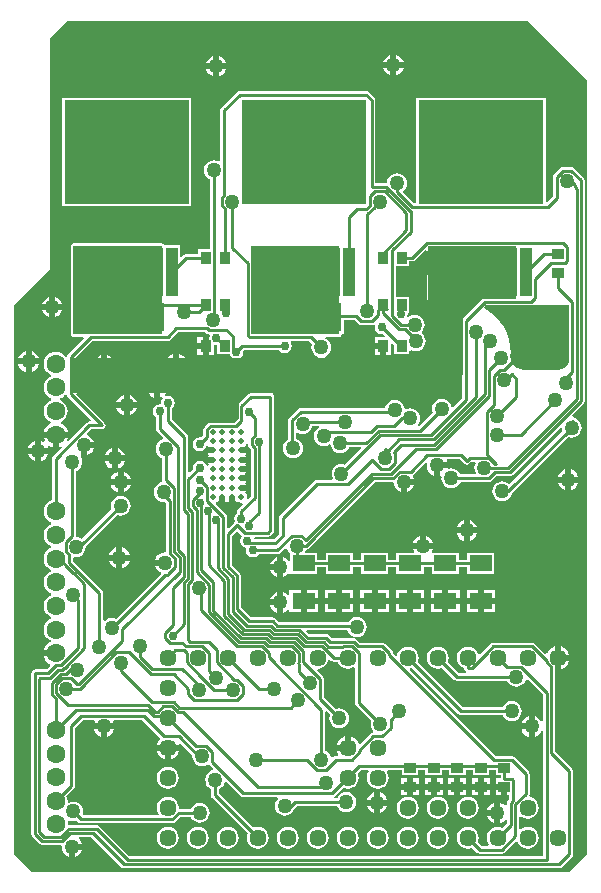
<source format=gbl>
G04 Layer_Physical_Order=2*
G04 Layer_Color=16711680*
%FSAX44Y44*%
%MOMM*%
G71*
G01*
G75*
%ADD14R,0.9000X1.0000*%
%ADD17R,1.0000X0.9000*%
%ADD18R,1.9000X1.3500*%
%ADD26R,10.6000X8.8000*%
%ADD27R,1.0500X4.1500*%
%ADD31C,0.2540*%
%ADD32C,1.6002*%
%ADD33C,1.4478*%
%ADD34C,0.7620*%
%ADD35C,1.2700*%
%ADD36C,0.5080*%
%ADD37R,7.3800X2.4400*%
G36*
X01085000Y01145000D02*
X01085000Y00490000D01*
X01070000Y00475000D01*
X00615000D01*
X00600000Y00490000D01*
Y00955000D01*
X00630000Y00985000D01*
Y01180000D01*
X00645000Y01195000D01*
X01035000D01*
X01085000Y01145000D01*
D02*
G37*
%LPC*%
G36*
X00822460Y00700460D02*
X00816430D01*
X00817235Y00698517D01*
X00818660Y00696660D01*
X00820517Y00695235D01*
X00822460Y00694430D01*
Y00700460D01*
D02*
G37*
G36*
X00857040Y00701460D02*
X00847540D01*
Y00694710D01*
X00857040D01*
Y00701460D01*
D02*
G37*
G36*
X01069629Y00653660D02*
X01062640D01*
Y00646671D01*
X01062653Y00646673D01*
X01065032Y00647658D01*
X01067074Y00649225D01*
X01068642Y00651268D01*
X01069627Y00653647D01*
X01069629Y00653660D01*
D02*
G37*
G36*
X01062640Y00665729D02*
Y00658740D01*
X01069629D01*
X01069627Y00658753D01*
X01068642Y00661132D01*
X01067074Y00663174D01*
X01065032Y00664742D01*
X01062653Y00665727D01*
X01062640Y00665729D01*
D02*
G37*
G36*
X00902460Y00701460D02*
X00892960D01*
Y00694710D01*
X00902460D01*
Y00701460D01*
D02*
G37*
G36*
X00917040D02*
X00907540D01*
Y00694710D01*
X00917040D01*
Y00701460D01*
D02*
G37*
G36*
X00872460D02*
X00862960D01*
Y00694710D01*
X00872460D01*
Y00701460D01*
D02*
G37*
G36*
X00887040D02*
X00877540D01*
Y00694710D01*
X00887040D01*
Y00701460D01*
D02*
G37*
G36*
X01035460Y00606570D02*
X01033517Y00605765D01*
X01031660Y00604340D01*
X01030235Y00602483D01*
X01029430Y00600540D01*
X01035460D01*
Y00606570D01*
D02*
G37*
G36*
X01002540Y00554040D02*
X00997540D01*
Y00549540D01*
X01002540D01*
Y00554040D01*
D02*
G37*
G36*
X00727360Y00577460D02*
X00720371D01*
X00720373Y00577447D01*
X00721358Y00575068D01*
X00722925Y00573025D01*
X00724968Y00571458D01*
X00727347Y00570473D01*
X00727360Y00570471D01*
Y00577460D01*
D02*
G37*
G36*
X00982540Y00554040D02*
X00977540D01*
Y00549540D01*
X00982540D01*
Y00554040D01*
D02*
G37*
G36*
X00992460D02*
X00987460D01*
Y00549540D01*
X00992460D01*
Y00554040D01*
D02*
G37*
G36*
X00684570Y00595460D02*
X00678540D01*
Y00589430D01*
X00680483Y00590235D01*
X00682340Y00591660D01*
X00683765Y00593517D01*
X00684570Y00595460D01*
D02*
G37*
G36*
X01035460D02*
X01029430D01*
X01030235Y00593517D01*
X01031660Y00591660D01*
X01033517Y00590235D01*
X01035460Y00589430D01*
Y00595460D01*
D02*
G37*
G36*
X00739429Y00577460D02*
X00732440D01*
Y00570471D01*
X00732453Y00570473D01*
X00734832Y00571458D01*
X00736874Y00573025D01*
X00738442Y00575068D01*
X00739427Y00577447D01*
X00739429Y00577460D01*
D02*
G37*
G36*
X00673460Y00595460D02*
X00667430D01*
X00668235Y00593517D01*
X00669660Y00591660D01*
X00671517Y00590235D01*
X00673460Y00589430D01*
Y00595460D01*
D02*
G37*
G36*
X00917040Y00713290D02*
X00907540D01*
Y00706540D01*
X00917040D01*
Y00713290D01*
D02*
G37*
G36*
X00932460D02*
X00922960D01*
Y00706540D01*
X00932460D01*
Y00713290D01*
D02*
G37*
G36*
X00887040D02*
X00877540D01*
Y00706540D01*
X00887040D01*
Y00713290D01*
D02*
G37*
G36*
X00902460D02*
X00892960D01*
Y00706540D01*
X00902460D01*
Y00713290D01*
D02*
G37*
G36*
X00977040D02*
X00967540D01*
Y00706540D01*
X00977040D01*
Y00713290D01*
D02*
G37*
G36*
X00992460D02*
X00982960D01*
Y00706540D01*
X00992460D01*
Y00713290D01*
D02*
G37*
G36*
X00947040D02*
X00937540D01*
Y00706540D01*
X00947040D01*
Y00713290D01*
D02*
G37*
G36*
X00962460D02*
X00952960D01*
Y00706540D01*
X00962460D01*
Y00713290D01*
D02*
G37*
G36*
X00872460D02*
X00862960D01*
Y00706540D01*
X00872460D01*
Y00713290D01*
D02*
G37*
G36*
X00962460Y00701460D02*
X00952960D01*
Y00694710D01*
X00962460D01*
Y00701460D01*
D02*
G37*
G36*
X00977040D02*
X00967540D01*
Y00694710D01*
X00977040D01*
Y00701460D01*
D02*
G37*
G36*
X00932460D02*
X00922960D01*
Y00694710D01*
X00932460D01*
Y00701460D01*
D02*
G37*
G36*
X00947040D02*
X00937540D01*
Y00694710D01*
X00947040D01*
Y00701460D01*
D02*
G37*
G36*
X00822460Y00711570D02*
X00820517Y00710765D01*
X00818660Y00709340D01*
X00817235Y00707483D01*
X00816430Y00705540D01*
X00822460D01*
Y00711570D01*
D02*
G37*
G36*
X00857040Y00713290D02*
X00847540D01*
Y00706540D01*
X00857040D01*
Y00713290D01*
D02*
G37*
G36*
X00992460Y00701460D02*
X00982960D01*
Y00694710D01*
X00992460D01*
Y00701460D01*
D02*
G37*
G36*
X01007040D02*
X00997540D01*
Y00694710D01*
X01007040D01*
Y00701460D01*
D02*
G37*
G36*
X00933100Y00538519D02*
X00930688Y00538201D01*
X00928441Y00537270D01*
X00926511Y00535789D01*
X00925030Y00533859D01*
X00924099Y00531612D01*
X00923781Y00529200D01*
X00924099Y00526788D01*
X00925030Y00524540D01*
X00926511Y00522611D01*
X00928441Y00521130D01*
X00930688Y00520199D01*
X00933100Y00519881D01*
X00935512Y00520199D01*
X00937759Y00521130D01*
X00939689Y00522611D01*
X00941170Y00524540D01*
X00942101Y00526788D01*
X00942419Y00529200D01*
X00942101Y00531612D01*
X00941170Y00533859D01*
X00939689Y00535789D01*
X00937759Y00537270D01*
X00935512Y00538201D01*
X00933100Y00538519D01*
D02*
G37*
G36*
X00958500D02*
X00956088Y00538201D01*
X00953841Y00537270D01*
X00951911Y00535789D01*
X00950430Y00533859D01*
X00949499Y00531612D01*
X00949181Y00529200D01*
X00949499Y00526788D01*
X00950430Y00524540D01*
X00951911Y00522611D01*
X00953841Y00521130D01*
X00956088Y00520199D01*
X00958500Y00519881D01*
X00960912Y00520199D01*
X00963159Y00521130D01*
X00965089Y00522611D01*
X00966570Y00524540D01*
X00967501Y00526788D01*
X00967819Y00529200D01*
X00967501Y00531612D01*
X00966570Y00533859D01*
X00965089Y00535789D01*
X00963159Y00537270D01*
X00960912Y00538201D01*
X00958500Y00538519D01*
D02*
G37*
G36*
Y00513119D02*
X00956088Y00512801D01*
X00953841Y00511870D01*
X00951911Y00510389D01*
X00950430Y00508459D01*
X00949499Y00506212D01*
X00949181Y00503800D01*
X00949499Y00501388D01*
X00950430Y00499141D01*
X00951911Y00497211D01*
X00953841Y00495730D01*
X00956088Y00494799D01*
X00958500Y00494481D01*
X00960912Y00494799D01*
X00963159Y00495730D01*
X00965089Y00497211D01*
X00966570Y00499141D01*
X00967501Y00501388D01*
X00967819Y00503800D01*
X00967501Y00506212D01*
X00966570Y00508459D01*
X00965089Y00510389D01*
X00963159Y00511870D01*
X00960912Y00512801D01*
X00958500Y00513119D01*
D02*
G37*
G36*
X01006460Y00522460D02*
X01000430D01*
X01001235Y00520517D01*
X01002660Y00518660D01*
X01004517Y00517235D01*
X01006460Y00516430D01*
Y00522460D01*
D02*
G37*
G36*
X00915805Y00530977D02*
X00909775D01*
Y00524946D01*
X00911718Y00525751D01*
X00913575Y00527176D01*
X00915000Y00529033D01*
X00915805Y00530977D01*
D02*
G37*
G36*
X01006460Y00533570D02*
X01004517Y00532765D01*
X01002660Y00531340D01*
X01001235Y00529483D01*
X01000430Y00527540D01*
X01006460D01*
Y00533570D01*
D02*
G37*
G36*
X00983900Y00538519D02*
X00981488Y00538201D01*
X00979241Y00537270D01*
X00977311Y00535789D01*
X00975830Y00533859D01*
X00974899Y00531612D01*
X00974581Y00529200D01*
X00974899Y00526788D01*
X00975830Y00524540D01*
X00977311Y00522611D01*
X00979241Y00521130D01*
X00981488Y00520199D01*
X00983900Y00519881D01*
X00986312Y00520199D01*
X00988559Y00521130D01*
X00990489Y00522611D01*
X00991970Y00524540D01*
X00992901Y00526788D01*
X00993219Y00529200D01*
X00992901Y00531612D01*
X00991970Y00533859D01*
X00990489Y00535789D01*
X00988559Y00537270D01*
X00986312Y00538201D01*
X00983900Y00538519D01*
D02*
G37*
G36*
X00904695Y00530977D02*
X00898664D01*
X00899469Y00529033D01*
X00900894Y00527176D01*
X00902751Y00525751D01*
X00904695Y00524946D01*
Y00530977D01*
D02*
G37*
G36*
X00933100Y00513119D02*
X00930688Y00512801D01*
X00928441Y00511870D01*
X00926511Y00510389D01*
X00925030Y00508459D01*
X00924099Y00506212D01*
X00923781Y00503800D01*
X00924099Y00501388D01*
X00925030Y00499141D01*
X00926511Y00497211D01*
X00928441Y00495730D01*
X00930688Y00494799D01*
X00933100Y00494481D01*
X00935512Y00494799D01*
X00937759Y00495730D01*
X00939689Y00497211D01*
X00941170Y00499141D01*
X00942101Y00501388D01*
X00942419Y00503800D01*
X00942101Y00506212D01*
X00941170Y00508459D01*
X00939689Y00510389D01*
X00937759Y00511870D01*
X00935512Y00512801D01*
X00933100Y00513119D01*
D02*
G37*
G36*
X00755300D02*
X00752888Y00512801D01*
X00750641Y00511870D01*
X00748711Y00510389D01*
X00747230Y00508459D01*
X00746299Y00506212D01*
X00745981Y00503800D01*
X00746299Y00501388D01*
X00747230Y00499141D01*
X00748711Y00497211D01*
X00750641Y00495730D01*
X00752888Y00494799D01*
X00755300Y00494481D01*
X00757712Y00494799D01*
X00759959Y00495730D01*
X00761889Y00497211D01*
X00763370Y00499141D01*
X00764301Y00501388D01*
X00764619Y00503800D01*
X00764301Y00506212D01*
X00763370Y00508459D01*
X00761889Y00510389D01*
X00759959Y00511870D01*
X00757712Y00512801D01*
X00755300Y00513119D01*
D02*
G37*
G36*
X00780700D02*
X00778288Y00512801D01*
X00776041Y00511870D01*
X00774111Y00510389D01*
X00772630Y00508459D01*
X00771699Y00506212D01*
X00771381Y00503800D01*
X00771699Y00501388D01*
X00772630Y00499141D01*
X00774111Y00497211D01*
X00776041Y00495730D01*
X00778288Y00494799D01*
X00780700Y00494481D01*
X00783112Y00494799D01*
X00785359Y00495730D01*
X00787289Y00497211D01*
X00788770Y00499141D01*
X00789701Y00501388D01*
X00790019Y00503800D01*
X00789701Y00506212D01*
X00788770Y00508459D01*
X00787289Y00510389D01*
X00785359Y00511870D01*
X00783112Y00512801D01*
X00780700Y00513119D01*
D02*
G37*
G36*
X00657570Y00493460D02*
X00651540D01*
Y00487430D01*
X00653483Y00488235D01*
X00655340Y00489660D01*
X00656765Y00491517D01*
X00657570Y00493460D01*
D02*
G37*
G36*
X00729900Y00513119D02*
X00727488Y00512801D01*
X00725241Y00511870D01*
X00723311Y00510389D01*
X00721830Y00508459D01*
X00720899Y00506212D01*
X00720581Y00503800D01*
X00720899Y00501388D01*
X00721830Y00499141D01*
X00723311Y00497211D01*
X00725241Y00495730D01*
X00727488Y00494799D01*
X00729900Y00494481D01*
X00732312Y00494799D01*
X00734559Y00495730D01*
X00736489Y00497211D01*
X00737970Y00499141D01*
X00738901Y00501388D01*
X00739219Y00503800D01*
X00738901Y00506212D01*
X00737970Y00508459D01*
X00736489Y00510389D01*
X00734559Y00511870D01*
X00732312Y00512801D01*
X00729900Y00513119D01*
D02*
G37*
G36*
X00882300D02*
X00879888Y00512801D01*
X00877641Y00511870D01*
X00875711Y00510389D01*
X00874230Y00508459D01*
X00873299Y00506212D01*
X00872981Y00503800D01*
X00873299Y00501388D01*
X00874230Y00499141D01*
X00875711Y00497211D01*
X00877641Y00495730D01*
X00879888Y00494799D01*
X00882300Y00494481D01*
X00884712Y00494799D01*
X00886959Y00495730D01*
X00888889Y00497211D01*
X00890370Y00499141D01*
X00891301Y00501388D01*
X00891619Y00503800D01*
X00891301Y00506212D01*
X00890370Y00508459D01*
X00888889Y00510389D01*
X00886959Y00511870D01*
X00884712Y00512801D01*
X00882300Y00513119D01*
D02*
G37*
G36*
X00907700D02*
X00905288Y00512801D01*
X00903041Y00511870D01*
X00901111Y00510389D01*
X00899630Y00508459D01*
X00898699Y00506212D01*
X00898381Y00503800D01*
X00898699Y00501388D01*
X00899630Y00499141D01*
X00901111Y00497211D01*
X00903041Y00495730D01*
X00905288Y00494799D01*
X00907700Y00494481D01*
X00910112Y00494799D01*
X00912359Y00495730D01*
X00914289Y00497211D01*
X00915770Y00499141D01*
X00916701Y00501388D01*
X00917019Y00503800D01*
X00916701Y00506212D01*
X00915770Y00508459D01*
X00914289Y00510389D01*
X00912359Y00511870D01*
X00910112Y00512801D01*
X00907700Y00513119D01*
D02*
G37*
G36*
X00831500D02*
X00829088Y00512801D01*
X00826841Y00511870D01*
X00824911Y00510389D01*
X00823430Y00508459D01*
X00822499Y00506212D01*
X00822181Y00503800D01*
X00822499Y00501388D01*
X00823430Y00499141D01*
X00824911Y00497211D01*
X00826841Y00495730D01*
X00829088Y00494799D01*
X00831500Y00494481D01*
X00833912Y00494799D01*
X00836159Y00495730D01*
X00838089Y00497211D01*
X00839570Y00499141D01*
X00840501Y00501388D01*
X00840819Y00503800D01*
X00840501Y00506212D01*
X00839570Y00508459D01*
X00838089Y00510389D01*
X00836159Y00511870D01*
X00833912Y00512801D01*
X00831500Y00513119D01*
D02*
G37*
G36*
X00856900D02*
X00854488Y00512801D01*
X00852241Y00511870D01*
X00850311Y00510389D01*
X00848830Y00508459D01*
X00847899Y00506212D01*
X00847581Y00503800D01*
X00847899Y00501388D01*
X00848830Y00499141D01*
X00850311Y00497211D01*
X00852241Y00495730D01*
X00854488Y00494799D01*
X00856900Y00494481D01*
X00859312Y00494799D01*
X00861559Y00495730D01*
X00863489Y00497211D01*
X00864970Y00499141D01*
X00865901Y00501388D01*
X00866219Y00503800D01*
X00865901Y00506212D01*
X00864970Y00508459D01*
X00863489Y00510389D01*
X00861559Y00511870D01*
X00859312Y00512801D01*
X00856900Y00513119D01*
D02*
G37*
G36*
X00729900Y00563919D02*
X00727488Y00563601D01*
X00725241Y00562670D01*
X00723311Y00561189D01*
X00721830Y00559259D01*
X00720899Y00557012D01*
X00720581Y00554600D01*
X00720899Y00552188D01*
X00721830Y00549940D01*
X00723311Y00548010D01*
X00725241Y00546530D01*
X00727488Y00545599D01*
X00729900Y00545281D01*
X00732312Y00545599D01*
X00734559Y00546530D01*
X00736489Y00548010D01*
X00737970Y00549940D01*
X00738901Y00552188D01*
X00739219Y00554600D01*
X00738901Y00557012D01*
X00737970Y00559259D01*
X00736489Y00561189D01*
X00734559Y00562670D01*
X00732312Y00563601D01*
X00729900Y00563919D01*
D02*
G37*
G36*
X00932460Y00554040D02*
X00927460D01*
Y00549540D01*
X00932460D01*
Y00554040D01*
D02*
G37*
G36*
X01002540Y00544460D02*
X00997540D01*
Y00539960D01*
X01002540D01*
Y00544460D01*
D02*
G37*
G36*
X01012460D02*
X01007460D01*
Y00539960D01*
X01012460D01*
Y00544460D01*
D02*
G37*
G36*
X00962540Y00554040D02*
X00957540D01*
Y00549540D01*
X00962540D01*
Y00554040D01*
D02*
G37*
G36*
X00972460D02*
X00967460D01*
Y00549540D01*
X00972460D01*
Y00554040D01*
D02*
G37*
G36*
X00942540D02*
X00937540D01*
Y00549540D01*
X00942540D01*
Y00554040D01*
D02*
G37*
G36*
X00952460D02*
X00947460D01*
Y00549540D01*
X00952460D01*
Y00554040D01*
D02*
G37*
G36*
X00992460Y00544460D02*
X00987460D01*
Y00539960D01*
X00992460D01*
Y00544460D01*
D02*
G37*
G36*
X00932460D02*
X00927460D01*
Y00539960D01*
X00932460D01*
Y00544460D01*
D02*
G37*
G36*
X00942540D02*
X00937540D01*
Y00539960D01*
X00942540D01*
Y00544460D01*
D02*
G37*
G36*
X00904695Y00542087D02*
X00902751Y00541282D01*
X00900894Y00539857D01*
X00899469Y00538000D01*
X00898664Y00536057D01*
X00904695D01*
Y00542087D01*
D02*
G37*
G36*
X00909775D02*
Y00536057D01*
X00915805D01*
X00915000Y00538000D01*
X00913575Y00539857D01*
X00911718Y00541282D01*
X00909775Y00542087D01*
D02*
G37*
G36*
X00972460Y00544460D02*
X00967460D01*
Y00539960D01*
X00972460D01*
Y00544460D01*
D02*
G37*
G36*
X00982540D02*
X00977540D01*
Y00539960D01*
X00982540D01*
Y00544460D01*
D02*
G37*
G36*
X00952460D02*
X00947460D01*
Y00539960D01*
X00952460D01*
Y00544460D01*
D02*
G37*
G36*
X00962540D02*
X00957540D01*
Y00539960D01*
X00962540D01*
Y00544460D01*
D02*
G37*
G36*
X00609460Y00915570D02*
X00607517Y00914765D01*
X00605660Y00913340D01*
X00604235Y00911483D01*
X00603430Y00909540D01*
X00609460D01*
Y00915570D01*
D02*
G37*
G36*
X00620570Y00904460D02*
X00614540D01*
Y00898430D01*
X00616483Y00899235D01*
X00618340Y00900660D01*
X00619765Y00902517D01*
X00620570Y00904460D01*
D02*
G37*
G36*
X00614540Y00915570D02*
Y00909540D01*
X00620570D01*
X00619765Y00911483D01*
X00618340Y00913340D01*
X00616483Y00914765D01*
X00614540Y00915570D01*
D02*
G37*
G36*
X00640570Y00950460D02*
X00634540D01*
Y00944430D01*
X00636483Y00945235D01*
X00638340Y00946660D01*
X00639765Y00948517D01*
X00640570Y00950460D01*
D02*
G37*
G36*
X00629460D02*
X00623430D01*
X00624235Y00948517D01*
X00625660Y00946660D01*
X00627517Y00945235D01*
X00629460Y00944430D01*
Y00950460D01*
D02*
G37*
G36*
X00609460Y00904460D02*
X00603430D01*
X00604235Y00902517D01*
X00605660Y00900660D01*
X00607517Y00899235D01*
X00609460Y00898430D01*
Y00904460D01*
D02*
G37*
G36*
X00617775Y00828860D02*
X00611745D01*
X00612550Y00826917D01*
X00613975Y00825060D01*
X00615832Y00823635D01*
X00617775Y00822830D01*
Y00828860D01*
D02*
G37*
G36*
X01071540Y00815570D02*
Y00809540D01*
X01077570D01*
X01076765Y00811483D01*
X01075340Y00813340D01*
X01073483Y00814765D01*
X01071540Y00815570D01*
D02*
G37*
G36*
X00628885Y00828860D02*
X00622855D01*
Y00822830D01*
X00624798Y00823635D01*
X00626655Y00825060D01*
X00628080Y00826917D01*
X00628885Y00828860D01*
D02*
G37*
G36*
X00632460Y00842460D02*
X00624702D01*
X00624730Y00842248D01*
X00625598Y00840152D01*
X00625144Y00839592D01*
X00624598Y00839248D01*
X00622855Y00839970D01*
Y00833940D01*
X00628885D01*
X00628360Y00835207D01*
X00629403Y00836008D01*
X00629684Y00835792D01*
X00632248Y00834730D01*
X00632460Y00834703D01*
Y00842460D01*
D02*
G37*
G36*
X00617775Y00839970D02*
X00615832Y00839165D01*
X00613975Y00837740D01*
X00612550Y00835883D01*
X00611745Y00833940D01*
X00617775D01*
Y00839970D01*
D02*
G37*
G36*
X00629460Y00961570D02*
X00627517Y00960765D01*
X00625660Y00959340D01*
X00624235Y00957483D01*
X00623430Y00955540D01*
X00629460D01*
Y00961570D01*
D02*
G37*
G36*
X00768460Y01165570D02*
X00766517Y01164765D01*
X00764660Y01163340D01*
X00763235Y01161483D01*
X00762430Y01159540D01*
X00768460D01*
Y01165570D01*
D02*
G37*
G36*
X00929570Y01155460D02*
X00923540D01*
Y01149430D01*
X00925483Y01150235D01*
X00927340Y01151660D01*
X00928765Y01153517D01*
X00929570Y01155460D01*
D02*
G37*
G36*
X00773540Y01165570D02*
Y01159540D01*
X00779570D01*
X00778765Y01161483D01*
X00777340Y01163340D01*
X00775483Y01164765D01*
X00773540Y01165570D01*
D02*
G37*
G36*
X00923540Y01166570D02*
Y01160540D01*
X00929570D01*
X00928765Y01162483D01*
X00927340Y01164340D01*
X00925483Y01165765D01*
X00923540Y01166570D01*
D02*
G37*
G36*
X00918460D02*
X00916517Y01165765D01*
X00914660Y01164340D01*
X00913235Y01162483D01*
X00912430Y01160540D01*
X00918460D01*
Y01166570D01*
D02*
G37*
G36*
Y01155460D02*
X00912430D01*
X00913235Y01153517D01*
X00914660Y01151660D01*
X00916517Y01150235D01*
X00918460Y01149430D01*
Y01155460D01*
D02*
G37*
G36*
X00750000Y01130500D02*
X00640000D01*
Y01038500D01*
X00750000D01*
Y01130500D01*
D02*
G37*
G36*
X00634540Y00961570D02*
Y00955540D01*
X00640570D01*
X00639765Y00957483D01*
X00638340Y00959340D01*
X00636483Y00960765D01*
X00634540Y00961570D01*
D02*
G37*
G36*
X00898000Y01136334D02*
X00791000D01*
X00789724Y01136080D01*
X00788643Y01135358D01*
X00775263Y01121977D01*
X00774540Y01120896D01*
X00774286Y01119620D01*
Y01076878D01*
X00773016Y01076375D01*
X00771180Y01077135D01*
X00769000Y01077422D01*
X00766820Y01077135D01*
X00764789Y01076294D01*
X00763045Y01074955D01*
X00761706Y01073211D01*
X00760865Y01071180D01*
X00760578Y01069000D01*
X00760865Y01066820D01*
X00761706Y01064789D01*
X00763045Y01063045D01*
X00764789Y01061706D01*
X00765666Y01061343D01*
Y01002000D01*
X00755500D01*
Y00998334D01*
X00745600D01*
X00744324Y00998081D01*
X00743243Y00997358D01*
X00741523Y00995638D01*
X00740350Y00996124D01*
Y01005250D01*
X00726990D01*
X00726884Y01005780D01*
X00726442Y01006442D01*
X00725780Y01006884D01*
X00725000Y01007039D01*
X00650000D01*
X00649220Y01006884D01*
X00648558Y01006442D01*
X00648116Y01005780D01*
X00647961Y01005000D01*
Y00930000D01*
X00648116Y00929220D01*
X00648558Y00928558D01*
X00649220Y00928116D01*
X00650000Y00927961D01*
X00658376D01*
X00658862Y00926787D01*
X00645372Y00913298D01*
X00644650Y00912216D01*
X00644458Y00911254D01*
X00643623Y00910919D01*
X00643126Y00910905D01*
X00642133Y00912199D01*
X00640044Y00913802D01*
X00637611Y00914810D01*
X00635000Y00915153D01*
X00632389Y00914810D01*
X00629956Y00913802D01*
X00627867Y00912199D01*
X00626264Y00910110D01*
X00625256Y00907677D01*
X00624913Y00905066D01*
X00625256Y00902455D01*
X00626264Y00900022D01*
X00627867Y00897933D01*
X00629956Y00896330D01*
X00631429Y00895720D01*
Y00894346D01*
X00629956Y00893736D01*
X00627867Y00892133D01*
X00626264Y00890044D01*
X00625256Y00887611D01*
X00624913Y00885000D01*
X00625256Y00882389D01*
X00626264Y00879956D01*
X00627867Y00877867D01*
X00629956Y00876264D01*
X00631349Y00875687D01*
Y00874313D01*
X00629956Y00873736D01*
X00627867Y00872133D01*
X00626264Y00870044D01*
X00625256Y00867611D01*
X00624913Y00865000D01*
X00625256Y00862389D01*
X00626264Y00859956D01*
X00627867Y00857867D01*
X00629956Y00856264D01*
X00630643Y00855980D01*
Y00854605D01*
X00629684Y00854208D01*
X00627482Y00852518D01*
X00625792Y00850316D01*
X00624730Y00847752D01*
X00624702Y00847540D01*
X00635000D01*
X00645298D01*
X00645270Y00847752D01*
X00644208Y00850316D01*
X00642518Y00852518D01*
X00640316Y00854208D01*
X00639357Y00854605D01*
Y00855980D01*
X00640044Y00856264D01*
X00642133Y00857867D01*
X00643736Y00859956D01*
X00644744Y00862389D01*
X00645087Y00865000D01*
X00644744Y00867611D01*
X00643736Y00870044D01*
X00642133Y00872133D01*
X00640044Y00873736D01*
X00638651Y00874313D01*
Y00875687D01*
X00640044Y00876264D01*
X00642133Y00877867D01*
X00643126Y00879162D01*
X00643737Y00879112D01*
X00644448Y00878798D01*
X00644650Y00877784D01*
X00645372Y00876702D01*
X00664692Y00857383D01*
X00664206Y00856209D01*
X00663488D01*
X00662212Y00855956D01*
X00661131Y00855233D01*
X00645583Y00839685D01*
X00644506Y00840404D01*
X00645270Y00842248D01*
X00645298Y00842460D01*
X00637540D01*
Y00834703D01*
X00637752Y00834730D01*
X00639596Y00835494D01*
X00640315Y00834418D01*
X00632643Y00826745D01*
X00631920Y00825663D01*
X00631666Y00824387D01*
Y00789444D01*
X00629956Y00788736D01*
X00627867Y00787133D01*
X00626264Y00785044D01*
X00625256Y00782611D01*
X00624913Y00780000D01*
X00625256Y00777389D01*
X00626264Y00774956D01*
X00627867Y00772867D01*
X00629956Y00771264D01*
X00631349Y00770687D01*
Y00769313D01*
X00629956Y00768736D01*
X00627867Y00767133D01*
X00626264Y00765044D01*
X00625256Y00762611D01*
X00624913Y00760000D01*
X00625256Y00757389D01*
X00626264Y00754956D01*
X00627867Y00752867D01*
X00629956Y00751264D01*
X00631189Y00750753D01*
Y00749379D01*
X00629956Y00748868D01*
X00627867Y00747265D01*
X00626264Y00745176D01*
X00625256Y00742743D01*
X00624913Y00740132D01*
X00625256Y00737521D01*
X00626264Y00735089D01*
X00627867Y00732999D01*
X00629956Y00731396D01*
X00631429Y00730786D01*
Y00729412D01*
X00629956Y00728802D01*
X00627867Y00727199D01*
X00626264Y00725110D01*
X00625256Y00722677D01*
X00624913Y00720066D01*
X00625256Y00717455D01*
X00626264Y00715023D01*
X00627867Y00712933D01*
X00629956Y00711330D01*
X00631429Y00710720D01*
Y00709346D01*
X00629956Y00708736D01*
X00627867Y00707133D01*
X00626264Y00705044D01*
X00625256Y00702611D01*
X00624913Y00700000D01*
X00625256Y00697389D01*
X00626264Y00694957D01*
X00627867Y00692867D01*
X00629956Y00691264D01*
X00631349Y00690687D01*
Y00689313D01*
X00629956Y00688736D01*
X00627867Y00687133D01*
X00626264Y00685044D01*
X00625256Y00682611D01*
X00624913Y00680000D01*
X00625256Y00677389D01*
X00626264Y00674957D01*
X00627867Y00672867D01*
X00629956Y00671264D01*
X00630643Y00670980D01*
Y00669605D01*
X00629684Y00669208D01*
X00627482Y00667518D01*
X00625792Y00665316D01*
X00624730Y00662752D01*
X00624702Y00662540D01*
X00635000D01*
Y00657460D01*
X00624702D01*
X00624730Y00657248D01*
X00625792Y00654684D01*
X00627482Y00652482D01*
X00629684Y00650793D01*
X00630236Y00650564D01*
X00630484Y00649318D01*
X00627499Y00646334D01*
X00617649D01*
X00616373Y00646080D01*
X00615291Y00645358D01*
X00614569Y00644276D01*
X00614315Y00643000D01*
Y00507345D01*
X00614569Y00506069D01*
X00615291Y00504987D01*
X00621447Y00498832D01*
X00622529Y00498109D01*
X00623805Y00497855D01*
X00639314D01*
X00640152Y00496900D01*
X00640033Y00496000D01*
X00640339Y00493679D01*
X00641235Y00491517D01*
X00642660Y00489660D01*
X00644517Y00488235D01*
X00646460Y00487430D01*
Y00496000D01*
X00649000D01*
Y00498540D01*
X00657570D01*
X00656765Y00500483D01*
X00655340Y00502340D01*
X00654208Y00503209D01*
X00654639Y00504479D01*
X00664806D01*
X00690182Y00479103D01*
X00691264Y00478380D01*
X00692540Y00478126D01*
X01061466D01*
X01062742Y00478380D01*
X01063824Y00479103D01*
X01071966Y00487245D01*
X01072689Y00488327D01*
X01072943Y00489603D01*
Y00558519D01*
X01073080Y00558724D01*
X01073334Y00560000D01*
X01073080Y00561276D01*
X01072357Y00562357D01*
X01057465Y00577250D01*
Y00645402D01*
X01057560Y00645486D01*
Y00656200D01*
Y00665729D01*
X01057547Y00665727D01*
X01055168Y00664742D01*
X01053126Y00663174D01*
X01051558Y00661132D01*
X01051022Y00659837D01*
X01049524Y00659539D01*
X01040996Y00668066D01*
X01039915Y00668789D01*
X01038639Y00669043D01*
X01005361D01*
X01004085Y00668789D01*
X01003004Y00668066D01*
X00997433Y00662496D01*
X00997270Y00662251D01*
X00994074Y00659056D01*
X00992589Y00659366D01*
X00991970Y00660859D01*
X00990489Y00662789D01*
X00988559Y00664270D01*
X00986312Y00665201D01*
X00983900Y00665519D01*
X00981488Y00665201D01*
X00979241Y00664270D01*
X00977311Y00662789D01*
X00975830Y00660859D01*
X00974899Y00658612D01*
X00974581Y00656200D01*
X00974899Y00653788D01*
X00975830Y00651541D01*
X00977311Y00649611D01*
X00979241Y00648130D01*
X00980590Y00647571D01*
X00980820Y00646415D01*
X00981543Y00645333D01*
X00982624Y00644611D01*
X00982657Y00644604D01*
X00982532Y00643334D01*
X00976081D01*
X00966952Y00652463D01*
X00967501Y00653788D01*
X00967819Y00656200D01*
X00967501Y00658612D01*
X00966570Y00660859D01*
X00965089Y00662789D01*
X00963159Y00664270D01*
X00960912Y00665201D01*
X00958500Y00665519D01*
X00956088Y00665201D01*
X00953841Y00664270D01*
X00951911Y00662789D01*
X00950430Y00660859D01*
X00949499Y00658612D01*
X00949181Y00656200D01*
X00949499Y00653788D01*
X00950430Y00651541D01*
X00951911Y00649611D01*
X00953841Y00648130D01*
X00956088Y00647199D01*
X00958500Y00646881D01*
X00960912Y00647199D01*
X00962237Y00647748D01*
X00972342Y00637643D01*
X00973424Y00636920D01*
X00974700Y00636666D01*
X01017343D01*
X01017706Y00635789D01*
X01019045Y00634045D01*
X01020789Y00632706D01*
X01022820Y00631865D01*
X01025000Y00631578D01*
X01027180Y00631865D01*
X01029211Y00632706D01*
X01030955Y00634045D01*
X01032294Y00635789D01*
X01033054Y00637625D01*
X01034308Y00638167D01*
X01047257Y00625219D01*
Y00602201D01*
X01045987Y00601949D01*
X01045765Y00602483D01*
X01044340Y00604340D01*
X01042483Y00605765D01*
X01040540Y00606570D01*
Y00598000D01*
Y00589430D01*
X01042483Y00590235D01*
X01044340Y00591660D01*
X01045765Y00593517D01*
X01045987Y00594052D01*
X01047257Y00593799D01*
Y00488334D01*
X00697381D01*
X00672004Y00513711D01*
X00670923Y00514434D01*
X00669647Y00514687D01*
X00645906D01*
X00645632Y00515000D01*
X00645298Y00517535D01*
X00645771Y00518088D01*
X00646345Y00518474D01*
X00647819Y00517864D01*
X00649999Y00517577D01*
X00652178Y00517864D01*
X00653055Y00518227D01*
X00653949Y00517333D01*
X00655031Y00516611D01*
X00656307Y00516357D01*
X00733839D01*
X00735115Y00516611D01*
X00736196Y00517333D01*
X00740529Y00521666D01*
X00749343D01*
X00749706Y00520789D01*
X00751045Y00519045D01*
X00752789Y00517706D01*
X00754820Y00516865D01*
X00757000Y00516578D01*
X00759180Y00516865D01*
X00761211Y00517706D01*
X00762955Y00519045D01*
X00764294Y00520789D01*
X00765135Y00522820D01*
X00765422Y00525000D01*
X00765135Y00527180D01*
X00764294Y00529211D01*
X00762955Y00530955D01*
X00761211Y00532294D01*
X00759180Y00533135D01*
X00757000Y00533422D01*
X00754820Y00533135D01*
X00752789Y00532294D01*
X00751045Y00530955D01*
X00749706Y00529211D01*
X00749343Y00528334D01*
X00740386D01*
X00739219Y00529200D01*
X00739176Y00529525D01*
X00738901Y00531612D01*
X00737970Y00533859D01*
X00736489Y00535789D01*
X00734559Y00537270D01*
X00732312Y00538201D01*
X00729900Y00538519D01*
X00727488Y00538201D01*
X00725241Y00537270D01*
X00723311Y00535789D01*
X00721830Y00533859D01*
X00720899Y00531612D01*
X00720581Y00529200D01*
X00720899Y00526788D01*
X00721830Y00524540D01*
X00722119Y00524164D01*
X00721557Y00523025D01*
X00659030D01*
X00658196Y00524295D01*
X00658421Y00525999D01*
X00658134Y00528179D01*
X00657292Y00530210D01*
X00655954Y00531954D01*
X00654210Y00533293D01*
X00652178Y00534134D01*
X00649999Y00534421D01*
X00647819Y00534134D01*
X00646164Y00533448D01*
X00644974Y00534138D01*
X00645087Y00535000D01*
X00644744Y00537611D01*
X00644035Y00539321D01*
X00650358Y00545643D01*
X00651080Y00546724D01*
X00651334Y00548000D01*
Y00596619D01*
X00658001Y00603286D01*
X00667378D01*
X00668041Y00602016D01*
X00667430Y00600540D01*
X00684570D01*
X00683959Y00602016D01*
X00684622Y00603286D01*
X00707999D01*
X00723028Y00588257D01*
X00722945Y00586989D01*
X00722925Y00586974D01*
X00721358Y00584931D01*
X00720373Y00582553D01*
X00720371Y00582540D01*
X00729900D01*
X00739429D01*
X00739427Y00582553D01*
X00739126Y00583281D01*
X00740202Y00584001D01*
X00750651Y00573552D01*
X00750578Y00573000D01*
X00750865Y00570820D01*
X00751706Y00568789D01*
X00753045Y00567045D01*
X00754789Y00565706D01*
X00756820Y00564865D01*
X00759000Y00564578D01*
X00761180Y00564865D01*
X00763211Y00565706D01*
X00763446Y00565887D01*
X00765105Y00565559D01*
X00765263Y00565322D01*
X00768246Y00562339D01*
X00768125Y00561983D01*
X00767703Y00561086D01*
X00765787Y00560293D01*
X00764043Y00558954D01*
X00762705Y00557210D01*
X00761863Y00555179D01*
X00761576Y00552999D01*
X00761863Y00550819D01*
X00762705Y00548788D01*
X00764043Y00547044D01*
X00765787Y00545705D01*
X00766664Y00545342D01*
Y00539901D01*
X00766918Y00538625D01*
X00767641Y00537544D01*
X00797648Y00507537D01*
X00797099Y00506212D01*
X00796781Y00503800D01*
X00797099Y00501388D01*
X00798030Y00499141D01*
X00799511Y00497211D01*
X00801441Y00495730D01*
X00803688Y00494799D01*
X00806100Y00494481D01*
X00808512Y00494799D01*
X00810759Y00495730D01*
X00812689Y00497211D01*
X00814170Y00499141D01*
X00815101Y00501388D01*
X00815419Y00503800D01*
X00815101Y00506212D01*
X00814170Y00508459D01*
X00812689Y00510389D01*
X00810759Y00511870D01*
X00808512Y00512801D01*
X00806100Y00513119D01*
X00803688Y00512801D01*
X00802363Y00512252D01*
X00773333Y00541282D01*
Y00545342D01*
X00774210Y00545705D01*
X00775954Y00547044D01*
X00777292Y00548788D01*
X00778085Y00550703D01*
X00778982Y00551125D01*
X00779339Y00551246D01*
X00791563Y00539021D01*
X00792645Y00538299D01*
X00793921Y00538045D01*
X00822585D01*
X00822906Y00536775D01*
X00821706Y00535211D01*
X00820865Y00533180D01*
X00820578Y00531000D01*
X00820865Y00528820D01*
X00821706Y00526789D01*
X00823045Y00525045D01*
X00824789Y00523706D01*
X00826820Y00522865D01*
X00829000Y00522578D01*
X00831180Y00522865D01*
X00833211Y00523706D01*
X00834955Y00525045D01*
X00836294Y00526789D01*
X00836852Y00528137D01*
X00839381Y00530666D01*
X00873343D01*
X00873706Y00529789D01*
X00875045Y00528045D01*
X00876789Y00526706D01*
X00878820Y00525865D01*
X00881000Y00525578D01*
X00883180Y00525865D01*
X00885211Y00526706D01*
X00886955Y00528045D01*
X00888294Y00529789D01*
X00889135Y00531820D01*
X00889422Y00534000D01*
X00889135Y00536180D01*
X00888294Y00538211D01*
X00886955Y00539955D01*
X00885211Y00541294D01*
X00883180Y00542135D01*
X00881000Y00542422D01*
X00878820Y00542135D01*
X00876789Y00541294D01*
X00875045Y00539955D01*
X00873706Y00538211D01*
X00873343Y00537334D01*
X00871197D01*
X00870812Y00538604D01*
X00871437Y00539021D01*
X00878563Y00546148D01*
X00879888Y00545599D01*
X00882300Y00545281D01*
X00884712Y00545599D01*
X00886959Y00546530D01*
X00888889Y00548010D01*
X00890370Y00549940D01*
X00891301Y00552188D01*
X00891619Y00554600D01*
X00891301Y00557012D01*
X00890752Y00558337D01*
X00893190Y00560775D01*
X00899357D01*
X00899919Y00559636D01*
X00899630Y00559259D01*
X00898699Y00557012D01*
X00898381Y00554600D01*
X00898699Y00552188D01*
X00899630Y00549940D01*
X00901111Y00548010D01*
X00903041Y00546530D01*
X00905288Y00545599D01*
X00907700Y00545281D01*
X00910112Y00545599D01*
X00912359Y00546530D01*
X00914289Y00548010D01*
X00915770Y00549940D01*
X00916701Y00552188D01*
X00917019Y00554600D01*
X00916701Y00557012D01*
X00915770Y00559259D01*
X00915481Y00559636D01*
X00916043Y00560775D01*
X00928000D01*
Y00556500D01*
X00942000D01*
Y00560775D01*
X00948000D01*
Y00556500D01*
X00962000D01*
Y00560775D01*
X00968000D01*
Y00556500D01*
X00982000D01*
Y00560775D01*
X00988000D01*
Y00556500D01*
X01002000D01*
Y00560775D01*
X01008000D01*
Y00556500D01*
X01011666D01*
Y00554040D01*
X01007460D01*
Y00549540D01*
X01015000D01*
Y00547000D01*
X01017540D01*
Y00539960D01*
X01018936D01*
Y00536605D01*
X01018102Y00535771D01*
X01017380Y00534690D01*
X01017126Y00533414D01*
Y00531100D01*
X01015856Y00530669D01*
X01015340Y00531340D01*
X01013483Y00532765D01*
X01011540Y00533570D01*
Y00525000D01*
Y00516430D01*
X01013483Y00517235D01*
X01015340Y00518660D01*
X01015856Y00519331D01*
X01017126Y00518900D01*
Y00516341D01*
X01013037Y00512252D01*
X01011712Y00512801D01*
X01009300Y00513119D01*
X01006888Y00512801D01*
X01004641Y00511870D01*
X01002711Y00510389D01*
X01001230Y00508459D01*
X01000299Y00506212D01*
X00999981Y00503800D01*
X01000299Y00501388D01*
X01001230Y00499141D01*
X01001998Y00498139D01*
X01001372Y00496869D01*
X00995546D01*
X00992352Y00500063D01*
X00992901Y00501388D01*
X00993219Y00503800D01*
X00992901Y00506212D01*
X00991970Y00508459D01*
X00990489Y00510389D01*
X00988559Y00511870D01*
X00986312Y00512801D01*
X00983900Y00513119D01*
X00981488Y00512801D01*
X00979241Y00511870D01*
X00977311Y00510389D01*
X00975830Y00508459D01*
X00974899Y00506212D01*
X00974581Y00503800D01*
X00974899Y00501388D01*
X00975830Y00499141D01*
X00977311Y00497211D01*
X00979241Y00495730D01*
X00981488Y00494799D01*
X00983900Y00494481D01*
X00986312Y00494799D01*
X00987637Y00495348D01*
X00991807Y00491178D01*
X00992889Y00490455D01*
X00994165Y00490201D01*
X01012483D01*
X01013759Y00490455D01*
X01014841Y00491178D01*
X01024537Y00500874D01*
X01026035Y00500576D01*
X01026630Y00499141D01*
X01028111Y00497211D01*
X01030041Y00495730D01*
X01032288Y00494799D01*
X01034700Y00494481D01*
X01037112Y00494799D01*
X01039359Y00495730D01*
X01041289Y00497211D01*
X01042770Y00499141D01*
X01043701Y00501388D01*
X01044019Y00503800D01*
X01043701Y00506212D01*
X01042770Y00508459D01*
X01041289Y00510389D01*
X01039359Y00511870D01*
X01037112Y00512801D01*
X01034700Y00513119D01*
X01032288Y00512801D01*
X01030041Y00511870D01*
X01028604Y00510768D01*
X01027334Y00511391D01*
Y00521609D01*
X01028604Y00522232D01*
X01030041Y00521130D01*
X01032288Y00520199D01*
X01034700Y00519881D01*
X01037112Y00520199D01*
X01039359Y00521130D01*
X01041289Y00522611D01*
X01042770Y00524540D01*
X01043701Y00526788D01*
X01044019Y00529200D01*
X01043701Y00531612D01*
X01042770Y00533859D01*
X01041289Y00535789D01*
X01039359Y00537270D01*
X01037112Y00538201D01*
X01036664Y00538260D01*
X01036047Y00539622D01*
X01036080Y00539672D01*
X01036334Y00540948D01*
Y00557710D01*
X01036080Y00558986D01*
X01035358Y00560068D01*
X01023298Y00572128D01*
X01022216Y00572850D01*
X01020940Y00573104D01*
X01007463D01*
X00934633Y00645934D01*
X00935041Y00647137D01*
X00935512Y00647199D01*
X00936837Y00647748D01*
X00975942Y00608643D01*
X00977024Y00607920D01*
X00978300Y00607666D01*
X01013343D01*
X01013706Y00606789D01*
X01015045Y00605045D01*
X01016789Y00603706D01*
X01018820Y00602865D01*
X01021000Y00602578D01*
X01023180Y00602865D01*
X01025211Y00603706D01*
X01026955Y00605045D01*
X01028294Y00606789D01*
X01029135Y00608820D01*
X01029422Y00611000D01*
X01029135Y00613180D01*
X01028294Y00615211D01*
X01026955Y00616955D01*
X01025211Y00618294D01*
X01023180Y00619135D01*
X01021000Y00619422D01*
X01018820Y00619135D01*
X01016789Y00618294D01*
X01015045Y00616955D01*
X01013706Y00615211D01*
X01013343Y00614334D01*
X00979681D01*
X00941552Y00652463D01*
X00942101Y00653788D01*
X00942419Y00656200D01*
X00942101Y00658612D01*
X00941170Y00660859D01*
X00939689Y00662789D01*
X00937759Y00664270D01*
X00935512Y00665201D01*
X00933100Y00665519D01*
X00930688Y00665201D01*
X00928441Y00664270D01*
X00926511Y00662789D01*
X00925030Y00660859D01*
X00924099Y00658612D01*
X00924037Y00658141D01*
X00922834Y00657733D01*
X00920543Y00660024D01*
Y00660139D01*
X00920289Y00661414D01*
X00919566Y00662496D01*
X00913996Y00668066D01*
X00912915Y00668789D01*
X00911639Y00669043D01*
X00892626D01*
X00890063Y00671606D01*
X00888981Y00672329D01*
X00887705Y00672583D01*
X00868692D01*
X00866129Y00675146D01*
X00865047Y00675869D01*
X00863771Y00676123D01*
X00849765D01*
X00846986Y00678902D01*
X00847472Y00680075D01*
X00881852D01*
X00881865Y00679980D01*
X00882706Y00677949D01*
X00884045Y00676205D01*
X00885789Y00674866D01*
X00887820Y00674025D01*
X00890000Y00673738D01*
X00892180Y00674025D01*
X00894211Y00674866D01*
X00895955Y00676205D01*
X00897294Y00677949D01*
X00898135Y00679980D01*
X00898422Y00682160D01*
X00898135Y00684340D01*
X00897294Y00686371D01*
X00895955Y00688115D01*
X00894211Y00689454D01*
X00892180Y00690295D01*
X00890000Y00690582D01*
X00887820Y00690295D01*
X00885789Y00689454D01*
X00884045Y00688115D01*
X00882992Y00686743D01*
X00823757D01*
X00821194Y00689306D01*
X00820112Y00690029D01*
X00818837Y00690283D01*
X00800432D01*
X00791654Y00699061D01*
Y00725902D01*
X00791400Y00727178D01*
X00790677Y00728260D01*
X00784254Y00734683D01*
Y00759150D01*
X00788695Y00763590D01*
X00792079Y00760206D01*
X00792810Y00759187D01*
X00791525Y00757265D01*
X00791075Y00754998D01*
X00791525Y00752731D01*
X00792810Y00750810D01*
X00794732Y00749526D01*
X00796508Y00749172D01*
X00796076Y00747000D01*
X00796527Y00744733D01*
X00797811Y00742811D01*
X00799733Y00741527D01*
X00802000Y00741076D01*
X00804267Y00741527D01*
X00806189Y00742811D01*
X00806760Y00743666D01*
X00822810D01*
X00824085Y00743920D01*
X00825167Y00744642D01*
X00829692Y00749167D01*
X00830946Y00748625D01*
X00831706Y00746789D01*
X00833045Y00745045D01*
X00833500Y00744695D01*
Y00738612D01*
X00832230Y00738181D01*
X00831340Y00739340D01*
X00829483Y00740765D01*
X00827540Y00741570D01*
Y00733000D01*
Y00724430D01*
X00829483Y00725235D01*
X00831340Y00726660D01*
X00832230Y00727819D01*
X00833500Y00727388D01*
Y00727250D01*
X00856500D01*
Y00732666D01*
X00863500D01*
Y00727250D01*
X00886500D01*
Y00732666D01*
X00893500D01*
Y00727250D01*
X00916500D01*
Y00732666D01*
X00923500D01*
Y00727250D01*
X00946500D01*
Y00732666D01*
X00953500D01*
Y00727250D01*
X00976500D01*
Y00732666D01*
X00983500D01*
Y00727250D01*
X01006500D01*
Y00744750D01*
X00983500D01*
Y00739334D01*
X00976500D01*
Y00744750D01*
X00954494D01*
X00954011Y00744750D01*
X00953330Y00745950D01*
X00953765Y00746517D01*
X00954570Y00748460D01*
X00937430D01*
X00938235Y00746517D01*
X00938716Y00745889D01*
X00938154Y00744750D01*
X00923500D01*
Y00739334D01*
X00916500D01*
Y00744750D01*
X00893500D01*
Y00739334D01*
X00886500D01*
Y00744750D01*
X00863500D01*
Y00739334D01*
X00856500D01*
Y00744750D01*
X00846330D01*
X00845704Y00746020D01*
X00846294Y00746789D01*
X00846657Y00747666D01*
X00847000D01*
X00848276Y00747920D01*
X00849358Y00748643D01*
X00905381Y00804666D01*
X00920809D01*
X00921105Y00804454D01*
X00921339Y00802679D01*
X00922235Y00800517D01*
X00923660Y00798660D01*
X00925517Y00797235D01*
X00927460Y00796430D01*
Y00805000D01*
X00930000D01*
Y00807540D01*
X00938570D01*
X00937765Y00809483D01*
X00937500Y00809829D01*
X00937707Y00811082D01*
X00937978Y00811263D01*
X00948061Y00821346D01*
X00949264Y00820753D01*
X00949033Y00819000D01*
X00949339Y00816679D01*
X00950235Y00814517D01*
X00951660Y00812660D01*
X00953517Y00811235D01*
X00955460Y00810430D01*
Y00819000D01*
X00958000D01*
Y00821540D01*
X00966570D01*
X00965959Y00823016D01*
X00966622Y00824286D01*
X00976999D01*
X00980642Y00820642D01*
X00981724Y00819920D01*
X00983000Y00819666D01*
X00984276Y00819920D01*
X00985358Y00820642D01*
X00987001Y00822286D01*
X00990122D01*
X00990626Y00821016D01*
X00989865Y00819180D01*
X00989578Y00817000D01*
X00989865Y00814820D01*
X00990626Y00812984D01*
X00990122Y00811714D01*
X00977497D01*
X00977292Y00812209D01*
X00975953Y00813954D01*
X00974209Y00815292D01*
X00972178Y00816133D01*
X00969998Y00816420D01*
X00967818Y00816133D01*
X00967664Y00816070D01*
X00967284Y00816460D01*
X00960540D01*
Y00810430D01*
X00960689Y00810491D01*
X00961783Y00809570D01*
X00961576Y00807998D01*
X00961863Y00805819D01*
X00962704Y00803787D01*
X00964043Y00802043D01*
X00965787Y00800705D01*
X00967818Y00799863D01*
X00969998Y00799576D01*
X00972178Y00799863D01*
X00974209Y00800705D01*
X00975953Y00802043D01*
X00977292Y00803787D01*
X00977813Y00805046D01*
X01001571D01*
X01002846Y00805300D01*
X01003928Y00806022D01*
X01008031Y00810126D01*
X01019466D01*
X01020742Y00810380D01*
X01021824Y00811103D01*
X01062462Y00851741D01*
X01063602Y00851180D01*
X01063578Y00851000D01*
X01063865Y00848820D01*
X01064228Y00847943D01*
X01019223Y00802938D01*
X01018955Y00802955D01*
X01017211Y00804294D01*
X01015180Y00805135D01*
X01013000Y00805422D01*
X01010820Y00805135D01*
X01008789Y00804294D01*
X01007045Y00802955D01*
X01005706Y00801211D01*
X01004865Y00799180D01*
X01004578Y00797000D01*
X01004865Y00794820D01*
X01005706Y00792789D01*
X01007045Y00791045D01*
X01008789Y00789706D01*
X01010820Y00788865D01*
X01013000Y00788578D01*
X01015180Y00788865D01*
X01017211Y00789706D01*
X01018955Y00791045D01*
X01020294Y00792789D01*
X01021135Y00794820D01*
X01021226Y00795511D01*
X01068943Y00843228D01*
X01069820Y00842865D01*
X01072000Y00842578D01*
X01074180Y00842865D01*
X01076211Y00843706D01*
X01077955Y00845045D01*
X01079294Y00846789D01*
X01080135Y00848820D01*
X01080422Y00851000D01*
X01080135Y00853180D01*
X01079294Y00855211D01*
X01077955Y00856955D01*
X01076211Y00858294D01*
X01074863Y00858852D01*
X01074358Y00859358D01*
X01073276Y00860080D01*
X01072710Y00860193D01*
X01072292Y00861571D01*
X01081898Y00871176D01*
X01082620Y00872258D01*
X01082874Y00873534D01*
Y01060650D01*
X01082620Y01061926D01*
X01081898Y01063008D01*
X01073928Y01070977D01*
X01072846Y01071700D01*
X01071571Y01071954D01*
X01064429D01*
X01063154Y01071700D01*
X01062072Y01070977D01*
X01057022Y01065928D01*
X01056300Y01064846D01*
X01056046Y01063570D01*
Y01046761D01*
X01051270Y01041985D01*
X01050000Y01042511D01*
Y01130500D01*
X00940000D01*
Y01041564D01*
X00937963D01*
X00929237Y01050290D01*
X00929320Y01051557D01*
X00929953Y01052043D01*
X00931292Y01053787D01*
X00932133Y01055818D01*
X00932420Y01057998D01*
X00932133Y01060178D01*
X00931292Y01062209D01*
X00929953Y01063953D01*
X00928209Y01065292D01*
X00926178Y01066133D01*
X00923998Y01066420D01*
X00921818Y01066133D01*
X00919787Y01065292D01*
X00918043Y01063953D01*
X00916704Y01062209D01*
X00915863Y01060178D01*
X00915676Y01058756D01*
X00914923Y01058217D01*
X00905750D01*
Y01128584D01*
X00905497Y01129860D01*
X00904774Y01130941D01*
X00900358Y01135358D01*
X00899276Y01136080D01*
X00898000Y01136334D01*
D02*
G37*
G36*
X00779570Y01154460D02*
X00773540D01*
Y01148430D01*
X00775483Y01149235D01*
X00777340Y01150660D01*
X00778765Y01152517D01*
X00779570Y01154460D01*
D02*
G37*
G36*
X00768460D02*
X00762430D01*
X00763235Y01152517D01*
X00764660Y01150660D01*
X00766517Y01149235D01*
X00768460Y01148430D01*
Y01154460D01*
D02*
G37*
G36*
X01066460Y00815570D02*
X01064517Y00814765D01*
X01062660Y00813340D01*
X01061235Y00811483D01*
X01060430Y00809540D01*
X01066460D01*
Y00815570D01*
D02*
G37*
G36*
X00943460Y00759570D02*
X00941517Y00758765D01*
X00939660Y00757340D01*
X00938235Y00755483D01*
X00937430Y00753540D01*
X00943460D01*
Y00759570D01*
D02*
G37*
G36*
X00948540D02*
Y00753540D01*
X00954570D01*
X00953765Y00755483D01*
X00952340Y00757340D01*
X00950483Y00758765D01*
X00948540Y00759570D01*
D02*
G37*
G36*
X01066460Y00804460D02*
X01060430D01*
X01061235Y00802517D01*
X01062660Y00800660D01*
X01064517Y00799235D01*
X01066460Y00798430D01*
Y00804460D01*
D02*
G37*
G36*
X00938570Y00802460D02*
X00932540D01*
Y00796430D01*
X00934483Y00797235D01*
X00936340Y00798660D01*
X00937765Y00800517D01*
X00938570Y00802460D01*
D02*
G37*
G36*
X00980460Y00772570D02*
X00978517Y00771765D01*
X00976660Y00770340D01*
X00975235Y00768483D01*
X00974430Y00766540D01*
X00980460D01*
Y00772570D01*
D02*
G37*
G36*
X00985540D02*
Y00766540D01*
X00991570D01*
X00990765Y00768483D01*
X00989340Y00770340D01*
X00987483Y00771765D01*
X00985540Y00772570D01*
D02*
G37*
G36*
X00980460Y00761460D02*
X00974430D01*
X00975235Y00759517D01*
X00976660Y00757660D01*
X00978517Y00756235D01*
X00980460Y00755430D01*
Y00761460D01*
D02*
G37*
G36*
X00991570D02*
X00985540D01*
Y00755430D01*
X00987483Y00756235D01*
X00989340Y00757660D01*
X00990765Y00759517D01*
X00991570Y00761460D01*
D02*
G37*
G36*
X00822460Y00730460D02*
X00816430D01*
X00817235Y00728517D01*
X00818660Y00726660D01*
X00820517Y00725235D01*
X00822460Y00724430D01*
Y00730460D01*
D02*
G37*
G36*
X01077570Y00804460D02*
X01071540D01*
Y00798430D01*
X01073483Y00799235D01*
X01075340Y00800660D01*
X01076765Y00802517D01*
X01077570Y00804460D01*
D02*
G37*
G36*
X01007040Y00713290D02*
X00997540D01*
Y00706540D01*
X01007040D01*
Y00713290D01*
D02*
G37*
G36*
X00842460D02*
X00832960D01*
Y00709316D01*
X00831690Y00708885D01*
X00831340Y00709340D01*
X00829483Y00710765D01*
X00827540Y00711570D01*
Y00703000D01*
Y00694430D01*
X00829483Y00695235D01*
X00831340Y00696660D01*
X00831690Y00697115D01*
X00832960Y00696684D01*
Y00694710D01*
X00842460D01*
Y00704000D01*
Y00713290D01*
D02*
G37*
G36*
X00822460Y00741570D02*
X00820517Y00740765D01*
X00818660Y00739340D01*
X00817235Y00737483D01*
X00816430Y00735540D01*
X00822460D01*
Y00741570D01*
D02*
G37*
%LPD*%
G36*
X00797584Y00836896D02*
Y00836480D01*
X00797838Y00835204D01*
X00798561Y00834122D01*
X00800124Y00832559D01*
Y00793538D01*
X00800126Y00793530D01*
Y00792841D01*
X00797928Y00790643D01*
X00796757Y00791268D01*
X00796991Y00792441D01*
X00796596Y00794423D01*
X00795925Y00795427D01*
X00795575Y00796378D01*
X00795925Y00797329D01*
X00796224Y00797775D01*
X00791811D01*
Y00802855D01*
X00796224D01*
X00795925Y00803301D01*
X00795575Y00804252D01*
X00795925Y00805203D01*
X00796224Y00805649D01*
X00791811D01*
Y00810729D01*
X00796224D01*
X00795925Y00811175D01*
X00795575Y00812126D01*
X00795925Y00813077D01*
X00796224Y00813523D01*
X00791811D01*
Y00818603D01*
X00796224D01*
X00795925Y00819049D01*
X00795575Y00820000D01*
X00795925Y00820951D01*
X00796224Y00821397D01*
X00791811D01*
Y00826477D01*
X00796224D01*
X00795925Y00826923D01*
X00795575Y00827874D01*
X00795925Y00828825D01*
X00796224Y00829271D01*
X00791811D01*
Y00834351D01*
X00796224D01*
X00795925Y00834797D01*
X00795575Y00835748D01*
X00795925Y00836699D01*
X00796314Y00837281D01*
X00797584Y00836896D01*
D02*
G37*
G36*
X01070000Y00909344D02*
Y00908731D01*
X01069760Y00906905D01*
X01068818Y00904632D01*
X01067320Y00902680D01*
X01065368Y00901182D01*
X01063095Y00900240D01*
X01061268Y00900000D01*
X01060655Y00900000D01*
X01031149D01*
X01028817Y00900307D01*
X01025914Y00901509D01*
X01023422Y00903422D01*
X01021509Y00905914D01*
X01020307Y00908817D01*
X01020000Y00911149D01*
Y00911931D01*
X01020000Y00911931D01*
X01020158Y00914059D01*
X01019846Y00920451D01*
X01018782Y00925801D01*
X01017029Y00930966D01*
X01014616Y00935859D01*
X01011586Y00940394D01*
X01007989Y00944495D01*
X01003888Y00948092D01*
X01000266Y00950505D01*
X00999004Y00951219D01*
X00998710Y00951385D01*
X00998096Y00952189D01*
X00997939Y00952978D01*
X00998096Y00953767D01*
X00998542Y00954436D01*
X00999598Y00955000D01*
X01000000D01*
Y00955000D01*
X01070000Y00955000D01*
X01070000Y00909344D01*
D02*
G37*
G36*
X00786477Y00788028D02*
X00786923Y00788327D01*
X00787874Y00788677D01*
X00788825Y00788327D01*
X00789829Y00787656D01*
X00791811Y00787262D01*
X00792984Y00787495D01*
X00793609Y00786324D01*
X00789641Y00782356D01*
X00788918Y00781274D01*
X00788664Y00779998D01*
Y00778758D01*
X00787810Y00778187D01*
X00786525Y00776265D01*
X00786075Y00773998D01*
X00786525Y00771731D01*
X00786544Y00771704D01*
X00786337Y00770663D01*
X00781587Y00765913D01*
X00780414Y00766399D01*
Y00775518D01*
X00780160Y00776794D01*
X00779437Y00777876D01*
X00770741Y00786573D01*
X00770940Y00788169D01*
X00771175Y00788327D01*
X00772126Y00788677D01*
X00773077Y00788327D01*
X00773523Y00788028D01*
Y00792441D01*
X00778603D01*
Y00788028D01*
X00779049Y00788327D01*
X00780000Y00788677D01*
X00780951Y00788327D01*
X00781397Y00788028D01*
Y00792441D01*
X00786477D01*
Y00788028D01*
D02*
G37*
G36*
X00725000Y00930000D02*
X00650000D01*
Y01005000D01*
X00725000D01*
Y00930000D01*
D02*
G37*
G36*
X00875000D02*
X00800000D01*
Y01005000D01*
X00875000D01*
Y00930000D01*
D02*
G37*
G36*
X00867990Y00653842D02*
X00869072Y00653120D01*
X00870348Y00652866D01*
X00873681D01*
X00874230Y00651541D01*
X00875711Y00649611D01*
X00877641Y00648130D01*
X00879888Y00647199D01*
X00882300Y00646881D01*
X00884712Y00647199D01*
X00886959Y00648130D01*
X00887336Y00648419D01*
X00888475Y00647857D01*
Y00618188D01*
X00888729Y00616912D01*
X00889452Y00615830D01*
X00902226Y00603056D01*
X00901863Y00602179D01*
X00901576Y00599999D01*
X00901863Y00597819D01*
X00902704Y00595788D01*
X00903990Y00594113D01*
X00903870Y00593405D01*
X00903571Y00592805D01*
X00902485Y00592589D01*
X00901404Y00591866D01*
X00892876Y00583339D01*
X00891378Y00583637D01*
X00890842Y00584931D01*
X00889274Y00586974D01*
X00887232Y00588542D01*
X00884853Y00589527D01*
X00884840Y00589529D01*
Y00580000D01*
X00882300D01*
Y00577460D01*
X00872771D01*
X00872773Y00577447D01*
X00873758Y00575068D01*
X00874215Y00574473D01*
X00873653Y00573334D01*
X00872190D01*
X00870915Y00573080D01*
X00869833Y00572357D01*
X00869308Y00571833D01*
X00868054Y00572375D01*
X00867294Y00574211D01*
X00865955Y00575955D01*
X00864211Y00577294D01*
X00863334Y00577657D01*
Y00610291D01*
X00864507Y00610778D01*
X00867228Y00608057D01*
X00866865Y00607180D01*
X00866578Y00605000D01*
X00866865Y00602820D01*
X00867706Y00600789D01*
X00869045Y00599045D01*
X00870789Y00597706D01*
X00872820Y00596865D01*
X00875000Y00596578D01*
X00877180Y00596865D01*
X00879211Y00597706D01*
X00880955Y00599045D01*
X00882294Y00600789D01*
X00883135Y00602820D01*
X00883422Y00605000D01*
X00883135Y00607180D01*
X00882294Y00609211D01*
X00880955Y00610955D01*
X00879211Y00612294D01*
X00877180Y00613135D01*
X00875000Y00613422D01*
X00872820Y00613135D01*
X00871943Y00612772D01*
X00861954Y00622761D01*
Y00638571D01*
X00861700Y00639846D01*
X00860977Y00640928D01*
X00856137Y00645769D01*
X00856699Y00646908D01*
X00856900Y00646881D01*
X00859312Y00647199D01*
X00861559Y00648130D01*
X00863489Y00649611D01*
X00864970Y00651541D01*
X00865901Y00653788D01*
X00865963Y00654259D01*
X00867166Y00654667D01*
X00867990Y00653842D01*
D02*
G37*
G36*
X01025000Y00960000D02*
X00996181Y00960000D01*
X00980000Y00943819D01*
Y00900000D01*
X00980000Y00900000D01*
Y00899017D01*
X00979711Y00896079D01*
X00978936Y00893525D01*
Y00875651D01*
X00971421Y00868136D01*
X00970219Y00868545D01*
X00970135Y00869180D01*
X00969294Y00871211D01*
X00967955Y00872955D01*
X00966211Y00874294D01*
X00964180Y00875135D01*
X00962000Y00875422D01*
X00959820Y00875135D01*
X00957789Y00874294D01*
X00956045Y00872955D01*
X00954706Y00871211D01*
X00953865Y00869180D01*
X00953578Y00867000D01*
X00953865Y00864820D01*
X00954228Y00863943D01*
X00942554Y00852270D01*
X00941962Y00852327D01*
X00941443Y00853402D01*
X00941440Y00853677D01*
X00942294Y00854789D01*
X00943135Y00856820D01*
X00943422Y00859000D01*
X00943135Y00861180D01*
X00942294Y00863211D01*
X00940955Y00864955D01*
X00939211Y00866294D01*
X00937180Y00867135D01*
X00935000Y00867422D01*
X00932820Y00867135D01*
X00931617Y00866637D01*
X00930236Y00867400D01*
X00930133Y00868178D01*
X00929292Y00870209D01*
X00927953Y00871954D01*
X00926209Y00873292D01*
X00924178Y00874133D01*
X00921998Y00874420D01*
X00919818Y00874133D01*
X00917787Y00873292D01*
X00916043Y00871954D01*
X00914704Y00870209D01*
X00913863Y00868178D01*
X00913834Y00867954D01*
X00842430D01*
X00841154Y00867700D01*
X00840072Y00866977D01*
X00833021Y00859926D01*
X00832298Y00858845D01*
X00832044Y00857569D01*
Y00840850D01*
X00831689Y00840703D01*
X00829945Y00839364D01*
X00828606Y00837620D01*
X00827765Y00835589D01*
X00827478Y00833409D01*
X00827765Y00831229D01*
X00828606Y00829198D01*
X00829945Y00827454D01*
X00831689Y00826115D01*
X00833720Y00825274D01*
X00835900Y00824987D01*
X00838080Y00825274D01*
X00840111Y00826115D01*
X00841855Y00827454D01*
X00843194Y00829198D01*
X00844035Y00831229D01*
X00844322Y00833409D01*
X00844035Y00835589D01*
X00843194Y00837620D01*
X00841855Y00839364D01*
X00840111Y00840703D01*
X00838712Y00841282D01*
Y00846120D01*
X00839982Y00846624D01*
X00841818Y00845863D01*
X00843998Y00845576D01*
X00846178Y00845863D01*
X00848209Y00846705D01*
X00849954Y00848043D01*
X00851292Y00849787D01*
X00852133Y00851818D01*
X00852245Y00852666D01*
X00857918D01*
X00858170Y00851396D01*
X00857694Y00851198D01*
X00855949Y00849860D01*
X00854611Y00848116D01*
X00853770Y00846085D01*
X00853483Y00843905D01*
X00853770Y00841725D01*
X00854611Y00839694D01*
X00855949Y00837950D01*
X00857694Y00836611D01*
X00859725Y00835770D01*
X00861905Y00835483D01*
X00864085Y00835770D01*
X00866116Y00836611D01*
X00866600Y00836983D01*
X00867774Y00836497D01*
X00867863Y00835818D01*
X00868705Y00833787D01*
X00870043Y00832043D01*
X00871787Y00830705D01*
X00873819Y00829863D01*
X00875998Y00829576D01*
X00878178Y00829863D01*
X00880209Y00830705D01*
X00881954Y00832043D01*
X00883292Y00833787D01*
X00883655Y00834664D01*
X00893290D01*
X00893776Y00833491D01*
X00880055Y00819770D01*
X00879178Y00820134D01*
X00876998Y00820420D01*
X00874818Y00820134D01*
X00872787Y00819292D01*
X00871043Y00817954D01*
X00869705Y00816209D01*
X00868863Y00814178D01*
X00868576Y00811998D01*
X00868863Y00809819D01*
X00869624Y00807982D01*
X00869120Y00806712D01*
X00856378D01*
X00855102Y00806459D01*
X00854021Y00805736D01*
X00824922Y00776637D01*
X00824200Y00775556D01*
X00823946Y00774280D01*
Y00760982D01*
X00819678Y00756714D01*
X00803274D01*
X00802963Y00757314D01*
X00803725Y00758584D01*
X00814578D01*
X00815854Y00758838D01*
X00816936Y00759561D01*
X00819017Y00761643D01*
X00819740Y00762724D01*
X00819994Y00764000D01*
Y00877000D01*
X00819740Y00878276D01*
X00819129Y00879190D01*
X00819320Y00879882D01*
X00819388Y00880000D01*
X00800000D01*
X00799344D01*
X00798422Y00879878D01*
X00797643Y00879358D01*
X00790161Y00871876D01*
X00790000Y00870655D01*
Y00870000D01*
X00790000Y00860000D01*
X00790000Y00860000D01*
X00790000Y00859005D01*
X00788605Y00856395D01*
X00785994Y00855000D01*
X00785000Y00855000D01*
X00764249Y00855000D01*
X00763839Y00854726D01*
X00761021Y00851909D01*
X00760299Y00850827D01*
X00760045Y00849551D01*
Y00844760D01*
X00758008Y00842723D01*
X00757000Y00842924D01*
X00754733Y00842473D01*
X00752811Y00841189D01*
X00751527Y00839267D01*
X00751076Y00837000D01*
X00751527Y00834733D01*
X00752811Y00832811D01*
X00754733Y00831527D01*
X00757000Y00831076D01*
X00759267Y00831527D01*
X00761189Y00832811D01*
X00762473Y00834733D01*
X00762625Y00835499D01*
X00763975Y00835773D01*
X00764272Y00835333D01*
X00764075Y00834797D01*
X00763776Y00834351D01*
X00768189D01*
Y00829271D01*
X00763776D01*
X00764075Y00828825D01*
X00764425Y00827874D01*
X00764075Y00826923D01*
X00763776Y00826477D01*
X00768189D01*
Y00821397D01*
X00763776D01*
X00764075Y00820951D01*
X00764425Y00820000D01*
X00764075Y00819049D01*
X00763872Y00818745D01*
X00762523Y00819013D01*
X00762473Y00819267D01*
X00761189Y00821189D01*
X00759267Y00822473D01*
X00757000Y00822924D01*
X00754733Y00822473D01*
X00752811Y00821189D01*
X00751527Y00819267D01*
X00751076Y00817000D01*
X00751277Y00815992D01*
X00748347Y00813063D01*
X00747174Y00813549D01*
Y00843160D01*
X00746920Y00844436D01*
X00746198Y00845518D01*
X00733334Y00858381D01*
Y00867240D01*
X00734189Y00867811D01*
X00735473Y00869733D01*
X00735924Y00872000D01*
X00735473Y00874267D01*
X00734189Y00876189D01*
X00732267Y00877473D01*
X00730000Y00877924D01*
X00727932Y00877512D01*
X00727905Y00877536D01*
X00727340Y00878660D01*
X00728369Y00880000D01*
X00723540D01*
Y00876430D01*
X00724908Y00876996D01*
X00725633Y00875922D01*
X00724527Y00874267D01*
X00724076Y00872000D01*
X00724155Y00871605D01*
X00723257Y00870707D01*
X00723000Y00870758D01*
X00720733Y00870307D01*
X00718811Y00869023D01*
X00717527Y00867101D01*
X00717076Y00864834D01*
X00717527Y00862567D01*
X00718811Y00860645D01*
X00719666Y00860074D01*
Y00850188D01*
X00719920Y00848913D01*
X00720642Y00847831D01*
X00726166Y00842307D01*
X00725624Y00841053D01*
X00723788Y00840293D01*
X00722044Y00838954D01*
X00720705Y00837210D01*
X00719864Y00835179D01*
X00719577Y00832999D01*
X00719864Y00830819D01*
X00720705Y00828788D01*
X00722044Y00827044D01*
X00723788Y00825705D01*
X00724665Y00825342D01*
Y00807086D01*
X00724892Y00805946D01*
X00724848Y00805531D01*
X00724467Y00804689D01*
X00724224Y00804564D01*
X00722236Y00803741D01*
X00720492Y00802403D01*
X00719154Y00800658D01*
X00718312Y00798627D01*
X00718025Y00796447D01*
X00718312Y00794268D01*
X00719154Y00792236D01*
X00720492Y00790492D01*
X00722236Y00789154D01*
X00724268Y00788312D01*
X00726447Y00788025D01*
X00727192Y00788123D01*
X00728193Y00787208D01*
Y00746150D01*
X00727460Y00745507D01*
X00725139Y00745201D01*
X00722977Y00744305D01*
X00721120Y00742880D01*
X00719695Y00741023D01*
X00718890Y00739080D01*
X00727460D01*
Y00734000D01*
X00718890D01*
X00719695Y00732057D01*
X00721120Y00730200D01*
X00722977Y00728775D01*
X00723831Y00728421D01*
X00724079Y00727175D01*
X00686202Y00689298D01*
X00684830Y00689866D01*
X00682650Y00690153D01*
X00680470Y00689866D01*
X00678439Y00689025D01*
X00676695Y00687686D01*
X00676603Y00687566D01*
X00675333Y00687998D01*
Y00710800D01*
X00675334Y00710807D01*
X00675080Y00712083D01*
X00674358Y00713164D01*
X00665299Y00722222D01*
X00664898Y00722824D01*
X00653985Y00733736D01*
X00653384Y00734138D01*
X00649713Y00737809D01*
Y00740596D01*
X00650983Y00741710D01*
X00651999Y00741576D01*
X00654178Y00741863D01*
X00656210Y00742705D01*
X00657954Y00744043D01*
X00659292Y00745788D01*
X00660134Y00747819D01*
X00660421Y00749998D01*
X00660339Y00750623D01*
X00686942Y00777227D01*
X00687819Y00776863D01*
X00689999Y00776576D01*
X00692178Y00776863D01*
X00694210Y00777705D01*
X00695954Y00779043D01*
X00697292Y00780787D01*
X00698134Y00782819D01*
X00698421Y00784998D01*
X00698134Y00787178D01*
X00697292Y00789209D01*
X00695954Y00790954D01*
X00694210Y00792292D01*
X00692178Y00793133D01*
X00689999Y00793420D01*
X00687819Y00793133D01*
X00685788Y00792292D01*
X00684043Y00790954D01*
X00682705Y00789209D01*
X00681863Y00787178D01*
X00681577Y00784998D01*
X00681863Y00782819D01*
X00682227Y00781942D01*
X00656983Y00756698D01*
X00656210Y00757292D01*
X00654178Y00758134D01*
X00653042Y00758283D01*
X00652302Y00759315D01*
X00652334Y00759475D01*
Y00814343D01*
X00653211Y00814706D01*
X00654955Y00816045D01*
X00656294Y00817789D01*
X00657135Y00819820D01*
X00657422Y00822000D01*
X00657135Y00824180D01*
X00656294Y00826211D01*
X00656253Y00826264D01*
X00656267Y00826314D01*
X00656362Y00826452D01*
Y00836098D01*
X00658902D01*
Y00838638D01*
X00667472D01*
X00666667Y00840582D01*
X00665242Y00842439D01*
X00663385Y00843864D01*
X00661690Y00844566D01*
X00661261Y00845933D01*
X00664869Y00849541D01*
X00673914D01*
X00675190Y00849795D01*
X00676272Y00850518D01*
X00676995Y00851599D01*
X00677249Y00852875D01*
X00676995Y00854151D01*
X00676272Y00855233D01*
X00652315Y00879190D01*
X00652650Y00880000D01*
X00650000D01*
Y00910000D01*
X00653080D01*
X00652618Y00911114D01*
X00665901Y00924396D01*
X00729955D01*
X00731231Y00924650D01*
X00732313Y00925372D01*
X00738606Y00931666D01*
X00761425D01*
X00762070Y00931021D01*
X00763152Y00930298D01*
X00764428Y00930044D01*
X00764440D01*
X00765374Y00928774D01*
X00765128Y00927540D01*
X00764540D01*
Y00920000D01*
Y00912460D01*
X00769040D01*
Y00920764D01*
X00770022Y00921570D01*
X00771004Y00921374D01*
X00771500Y00920967D01*
Y00913000D01*
X00782472D01*
X00782525Y00912731D01*
X00783810Y00910809D01*
X00785021Y00910000D01*
X00790976D01*
X00792187Y00910809D01*
X00793471Y00912731D01*
X00793922Y00914998D01*
X00793795Y00915636D01*
X00794693Y00916664D01*
X00824239D01*
X00824810Y00915809D01*
X00826731Y00914525D01*
X00828998Y00914074D01*
X00831265Y00914525D01*
X00833187Y00915809D01*
X00834471Y00917731D01*
X00834922Y00919998D01*
X00834471Y00922265D01*
X00833896Y00923126D01*
X00834575Y00924396D01*
X00849889D01*
X00852228Y00922057D01*
X00851865Y00921180D01*
X00851578Y00919000D01*
X00851865Y00916820D01*
X00852706Y00914789D01*
X00854045Y00913045D01*
X00855789Y00911706D01*
X00856987Y00911210D01*
X00856746Y00910000D01*
X00863254D01*
X00863013Y00911210D01*
X00864211Y00911706D01*
X00865955Y00913045D01*
X00867294Y00914789D01*
X00868135Y00916820D01*
X00868422Y00919000D01*
X00868135Y00921180D01*
X00867294Y00923211D01*
X00865955Y00924955D01*
X00864211Y00926294D01*
X00863252Y00926691D01*
X00863505Y00927961D01*
X00875000D01*
X00875780Y00928116D01*
X00876442Y00928558D01*
X00876884Y00929220D01*
X00877039Y00930000D01*
Y00930600D01*
X00878900D01*
Y00942286D01*
X00888189D01*
X00891453Y00939023D01*
X00892535Y00938300D01*
X00893811Y00938046D01*
X00902570D01*
X00903846Y00938300D01*
X00904373Y00938652D01*
X00905442Y00937838D01*
X00905076Y00936000D01*
X00905527Y00933733D01*
X00906811Y00931811D01*
X00908733Y00930527D01*
X00911000Y00930076D01*
X00912008Y00930277D01*
X00913572Y00928713D01*
X00913086Y00927540D01*
X00904960D01*
Y00922540D01*
X00912000D01*
Y00920000D01*
X00914540D01*
Y00912460D01*
X00919040D01*
Y00921585D01*
X00920213Y00922071D01*
X00921500Y00920785D01*
Y00913000D01*
X00934500D01*
Y00916131D01*
X00934827Y00916293D01*
X00935770Y00916639D01*
X00937670Y00915852D01*
X00939850Y00915564D01*
X00942030Y00915852D01*
X00944061Y00916693D01*
X00945805Y00918031D01*
X00947144Y00919776D01*
X00947985Y00921807D01*
X00948272Y00923987D01*
X00947985Y00926166D01*
X00947144Y00928198D01*
X00945805Y00929942D01*
X00945053Y00930519D01*
X00944955Y00932045D01*
X00946294Y00933789D01*
X00947135Y00935820D01*
X00947422Y00938000D01*
X00947135Y00940180D01*
X00946294Y00942211D01*
X00944955Y00943955D01*
X00943211Y00945294D01*
X00941180Y00946135D01*
X00939000Y00946422D01*
X00936820Y00946135D01*
X00934789Y00945294D01*
X00933701Y00944459D01*
X00932563Y00945186D01*
X00932924Y00947000D01*
X00932920Y00947018D01*
X00933726Y00948000D01*
X00934500D01*
Y00962000D01*
X00923334D01*
Y00988000D01*
X00934500D01*
Y00991666D01*
X00936790D01*
X00938066Y00991920D01*
X00939147Y00992643D01*
X00947937Y01001432D01*
X00949110Y01000946D01*
Y00985040D01*
X00950000D01*
Y01005000D01*
X01025000D01*
Y00960000D01*
D02*
G37*
%LPC*%
G36*
X00697570Y00738460D02*
X00691540D01*
Y00732430D01*
X00693483Y00733235D01*
X00695340Y00734660D01*
X00696765Y00736517D01*
X00697570Y00738460D01*
D02*
G37*
G36*
X00759460Y00927540D02*
X00754960D01*
Y00922540D01*
X00759460D01*
Y00927540D01*
D02*
G37*
G36*
Y00917460D02*
X00754960D01*
Y00912460D01*
X00759460D01*
Y00917460D01*
D02*
G37*
G36*
X00686460Y00738460D02*
X00680430D01*
X00681235Y00736517D01*
X00682660Y00734660D01*
X00684517Y00733235D01*
X00686460Y00732430D01*
Y00738460D01*
D02*
G37*
G36*
X00691540Y00749570D02*
Y00743540D01*
X00697570D01*
X00696765Y00745483D01*
X00695340Y00747340D01*
X00693483Y00748765D01*
X00691540Y00749570D01*
D02*
G37*
G36*
X00950000Y00979960D02*
X00949110D01*
Y00959210D01*
X00950000D01*
X00950000Y00979960D01*
D02*
G37*
G36*
X00686460Y00749570D02*
X00684517Y00748765D01*
X00682660Y00747340D01*
X00681235Y00745483D01*
X00680430Y00743540D01*
X00686460D01*
Y00749570D01*
D02*
G37*
G36*
X00682460Y00833570D02*
X00680517Y00832765D01*
X00678660Y00831340D01*
X00677235Y00829483D01*
X00676430Y00827540D01*
X00682460D01*
Y00833570D01*
D02*
G37*
G36*
X00667472Y00833558D02*
X00661442D01*
Y00827528D01*
X00663385Y00828333D01*
X00665242Y00829758D01*
X00666667Y00831615D01*
X00667472Y00833558D01*
D02*
G37*
G36*
X00687540Y00833570D02*
Y00827540D01*
X00693570D01*
X00692765Y00829483D01*
X00691340Y00831340D01*
X00689483Y00832765D01*
X00687540Y00833570D01*
D02*
G37*
G36*
X00703570Y00867460D02*
X00697540D01*
Y00861430D01*
X00699483Y00862235D01*
X00701340Y00863660D01*
X00702765Y00865517D01*
X00703570Y00867460D01*
D02*
G37*
G36*
X00692460D02*
X00686430D01*
X00687235Y00865517D01*
X00688660Y00863660D01*
X00690517Y00862235D01*
X00692460Y00861430D01*
Y00867460D01*
D02*
G37*
G36*
X00682460Y00822460D02*
X00676430D01*
X00677235Y00820517D01*
X00678660Y00818660D01*
X00680517Y00817235D01*
X00682460Y00816430D01*
Y00822460D01*
D02*
G37*
G36*
X00692539Y00813569D02*
Y00807538D01*
X00698569D01*
X00697764Y00809482D01*
X00696339Y00811339D01*
X00694482Y00812764D01*
X00692539Y00813569D01*
D02*
G37*
G36*
X00693570Y00822460D02*
X00687540D01*
Y00816430D01*
X00689483Y00817235D01*
X00691340Y00818660D01*
X00692765Y00820517D01*
X00693570Y00822460D01*
D02*
G37*
G36*
X00879760Y00589529D02*
X00879747Y00589527D01*
X00877368Y00588542D01*
X00875325Y00586974D01*
X00873758Y00584931D01*
X00872773Y00582553D01*
X00872771Y00582540D01*
X00879760D01*
Y00589529D01*
D02*
G37*
G36*
X00687459Y00813569D02*
X00685515Y00812764D01*
X00683658Y00811339D01*
X00682233Y00809482D01*
X00681428Y00807538D01*
X00687459D01*
Y00813569D01*
D02*
G37*
G36*
X00678540Y00912570D02*
Y00910000D01*
X00682602D01*
X00682340Y00910340D01*
X00680483Y00911765D01*
X00678540Y00912570D01*
D02*
G37*
G36*
X00673460D02*
X00671517Y00911765D01*
X00669660Y00910340D01*
X00669398Y00910000D01*
X00673460D01*
Y00912570D01*
D02*
G37*
G36*
X00734460Y00913570D02*
X00732517Y00912765D01*
X00730660Y00911340D01*
X00730260Y00910819D01*
X00729496Y00910000D01*
X00734460D01*
Y00913570D01*
D02*
G37*
G36*
X00909460Y00917460D02*
X00904960D01*
Y00912460D01*
X00909460D01*
Y00917460D01*
D02*
G37*
G36*
X00739540Y00913570D02*
Y00910000D01*
X00744369D01*
X00743340Y00911340D01*
X00741483Y00912765D01*
X00739540Y00913570D01*
D02*
G37*
G36*
X00697540Y00878570D02*
Y00872540D01*
X00703570D01*
X00702765Y00874483D01*
X00701340Y00876340D01*
X00699483Y00877765D01*
X00697540Y00878570D01*
D02*
G37*
G36*
X00692460D02*
X00690517Y00877765D01*
X00688660Y00876340D01*
X00687235Y00874483D01*
X00686430Y00872540D01*
X00692460D01*
Y00878570D01*
D02*
G37*
G36*
X00718460Y00880000D02*
X00713631D01*
X00714660Y00878660D01*
X00716517Y00877235D01*
X00718460Y00876430D01*
Y00880000D01*
D02*
G37*
G36*
X00687459Y00802458D02*
X00681428D01*
X00682233Y00800515D01*
X00683658Y00798658D01*
X00685515Y00797233D01*
X00687459Y00796428D01*
Y00802458D01*
D02*
G37*
G36*
X00698569D02*
X00692539D01*
Y00796428D01*
X00694482Y00797233D01*
X00696339Y00798658D01*
X00697764Y00800515D01*
X00698569Y00802458D01*
D02*
G37*
%LPD*%
D14*
X00762000Y00955000D02*
D03*
X00778000D02*
D03*
X00762000Y00920000D02*
D03*
X00778000D02*
D03*
X00912000Y00955000D02*
D03*
X00928000D02*
D03*
X00912000Y00920000D02*
D03*
X00928000D02*
D03*
X00778000Y00995000D02*
D03*
X00762000D02*
D03*
X00928000D02*
D03*
X00912000D02*
D03*
D17*
X00935000Y00547000D02*
D03*
Y00563000D02*
D03*
X00955000Y00547000D02*
D03*
Y00563000D02*
D03*
X00975000Y00547000D02*
D03*
Y00563000D02*
D03*
X00995000Y00547000D02*
D03*
Y00563000D02*
D03*
X01015000Y00547000D02*
D03*
Y00563000D02*
D03*
X01060000Y00982000D02*
D03*
Y00998000D02*
D03*
D18*
X00845000Y00704000D02*
D03*
Y00736000D02*
D03*
X00875000Y00704000D02*
D03*
Y00736000D02*
D03*
X00905000Y00704000D02*
D03*
Y00736000D02*
D03*
X00935000Y00704000D02*
D03*
Y00736000D02*
D03*
X00965000Y00704000D02*
D03*
Y00736000D02*
D03*
X00995000Y00704000D02*
D03*
Y00736000D02*
D03*
D26*
X00695000Y01084500D02*
D03*
X00845000D02*
D03*
X00995000D02*
D03*
D27*
X00656900Y00982500D02*
D03*
X00669600D02*
D03*
X00682300D02*
D03*
X00707700D02*
D03*
X00720400D02*
D03*
X00733100D02*
D03*
X00806900D02*
D03*
X00819600D02*
D03*
X00832300D02*
D03*
X00857700D02*
D03*
X00870400D02*
D03*
X00883100D02*
D03*
X00956900D02*
D03*
X00969600D02*
D03*
X00982300D02*
D03*
X01007700D02*
D03*
X01020400D02*
D03*
X01033100D02*
D03*
D31*
X00850200Y00955000D02*
G03*
X00840000Y00944800I00000000J-00010200D01*
G01*
X00700200Y00955000D02*
G03*
X00690000Y00944800I00000000J-00010200D01*
G01*
X00697375Y00660619D02*
X00715994Y00642000D01*
X00655808Y00629999D02*
X00686428Y00660619D01*
X00697375D01*
X00691270Y00670467D02*
Y00680270D01*
X00654422Y00633619D02*
X00691270Y00670467D01*
X00764428Y00933378D02*
X00779622D01*
X00762806Y00935000D02*
X00764428Y00933378D01*
X00779622D02*
X00784770Y00928230D01*
Y00918227D02*
Y00928230D01*
X00771004Y00926996D02*
Y00927298D01*
Y00926996D02*
X00778000Y00920000D01*
X00787998Y00914998D02*
X00792998Y00919998D01*
X00828998D01*
X00799060Y00927730D02*
X00851270D01*
X00797730Y00929060D02*
X00799060Y00927730D01*
X00797730Y00929060D02*
Y00990051D01*
X00851270Y00927730D02*
X00860000Y00919000D01*
X00758230Y00696310D02*
X00788831Y00665709D01*
X00790297Y00669249D02*
X00811505D01*
X00765003Y00694543D02*
X00790297Y00669249D01*
X00791763Y00672789D02*
X00812971D01*
X00768543Y00696010D02*
X00791763Y00672789D01*
X00793230Y00676329D02*
X00814438D01*
X00777700Y00691859D02*
X00793230Y00676329D01*
X00794696Y00679869D02*
X00815904D01*
X00781240Y00693325D02*
X00794696Y00679869D01*
X00796591Y00683409D02*
X00817370D01*
X00784780Y00695220D02*
X00796591Y00683409D01*
X00799051Y00686949D02*
X00818837D01*
X00788320Y00697680D02*
X00799051Y00686949D01*
X01020460Y00533414D02*
X01022270Y00535224D01*
X01020460Y00514960D02*
Y00533414D01*
X01009300Y00503800D02*
X01020460Y00514960D01*
X01024000Y00531948D02*
X01033000Y00540948D01*
X01024000Y00505052D02*
Y00531948D01*
X01012483Y00493535D02*
X01024000Y00505052D01*
X00904318Y01037318D02*
X00909997Y01042998D01*
X00904318Y01037312D02*
Y01037318D01*
X00899466Y01032460D02*
X00904318Y01037312D01*
X00899460Y01032460D02*
X00899466D01*
X00899000Y01032000D02*
X00899460Y01032460D01*
X00900779Y01038779D02*
Y01046778D01*
X00898000Y01036000D02*
X00900779Y01038779D01*
X00890000Y01036000D02*
X00898000D01*
X00900779Y01046778D02*
X00905342Y01051342D01*
X00883100Y01029100D02*
X00890000Y01036000D01*
X00909398Y01042398D02*
X00909997Y01042997D01*
X01059380Y01045380D02*
Y01063570D01*
X01052230Y01038230D02*
X01059380Y01045380D01*
X00936582Y01038230D02*
X01052230D01*
X01072270Y00908404D02*
Y00957270D01*
X01072270Y00908404D02*
X01072270Y00908404D01*
X01060000Y00969540D02*
X01072270Y00957270D01*
X01076000Y00875000D02*
Y01052883D01*
X01079540Y00873534D02*
Y01060650D01*
X01018000Y00817000D02*
X01076000Y00875000D01*
X01074460Y01054423D02*
X01076000Y01052883D01*
X01019466Y00813460D02*
X01079540Y00873534D01*
X01071571Y01068620D02*
X01079540Y01060650D01*
X01072270Y00898423D02*
Y00908404D01*
X01062847Y00889000D02*
X01072270Y00898423D01*
X00696000Y00485000D02*
X01050591D01*
X00994165Y00493535D02*
X01012483D01*
X00642371Y00647840D02*
X00642649D01*
X00640721Y00646189D02*
X00642371Y00647840D01*
X00637076Y00646189D02*
X00640721D01*
X00629886Y00639000D02*
X00637076Y00646189D01*
X00635609Y00649729D02*
X00639254D01*
X00654139Y00664614D01*
X00644116Y00642649D02*
X00647465Y00645999D01*
X00639452Y00642649D02*
X00644116D01*
X00631839Y00635036D02*
X00639452Y00642649D01*
X00647663Y00638619D02*
X00652663Y00633619D01*
X00640428Y00638619D02*
X00647663D01*
X00635379Y00633569D02*
X00640428Y00638619D01*
X00635379Y00626428D02*
Y00633569D01*
X00631839Y00624962D02*
Y00635036D01*
X00635379Y00626428D02*
X00645428Y00616379D01*
X00652663Y00633619D02*
X00654422D01*
X00737225Y00935000D02*
X00762806D01*
X00729955Y00927730D02*
X00737225Y00935000D01*
X00664520Y00927730D02*
X00729955D01*
X00791000Y01133000D02*
X00898000D01*
X00777620Y01119620D02*
X00791000Y01133000D01*
X00777620Y01047510D02*
Y01119620D01*
X00902416Y01054883D02*
Y01128584D01*
X00898000Y01133000D02*
X00902416Y01128584D01*
X01054000Y00990000D02*
X01066000D01*
X01040620Y00976620D02*
X01054000Y00990000D01*
X01040620Y00960810D02*
Y00976620D01*
X01068000Y00992000D02*
Y01004000D01*
X01064730Y01007270D02*
X01068000Y01004000D01*
X00949060Y01007270D02*
X01064730D01*
X01066000Y00990000D02*
X01068000Y00992000D01*
X00912000Y00995000D02*
Y00998006D01*
X00932000Y01018006D01*
Y01032799D01*
X00935540Y01016540D02*
Y01034690D01*
X00920000Y01001000D02*
X00935540Y01016540D01*
X00920000Y00945402D02*
Y01001000D01*
X00936790Y00995000D02*
X00949060Y01007270D01*
X00928000Y00995000D02*
X00936790D01*
X00913457Y01051342D02*
X00932000Y01032799D01*
X00923998Y01050814D02*
X00936582Y01038230D01*
X00927000Y00954000D02*
X00928000Y00955000D01*
X00927000Y00947000D02*
Y00954000D01*
X00778000Y00948997D02*
Y00955000D01*
Y00948997D02*
X00778998Y00947998D01*
X00769000Y00943000D02*
Y01069000D01*
X00767999Y00941998D02*
X00769000Y00943000D01*
X00756000Y00949000D02*
X00762000Y00955000D01*
X00744000Y00949000D02*
X00756000D01*
X00700200Y00955000D02*
X00762000D01*
X00733100Y00982500D02*
X00745600Y00995000D01*
X00914923Y01054883D02*
X00935116Y01034690D01*
X00935540D01*
X00923998Y01050814D02*
Y01057998D01*
X00920000Y00945402D02*
X00927402Y00938000D01*
X00913427Y00832423D02*
X00914000Y00832997D01*
X00913427Y00825570D02*
Y00832423D01*
X00914000Y00832997D02*
X00915998Y00830998D01*
X00843998Y00853998D02*
X00846000Y00856000D01*
X00816660Y00764000D02*
Y00877000D01*
X00798998Y00863998D02*
X00804000Y00858997D01*
Y00844598D02*
Y00858997D01*
X00766197Y00852369D02*
X00787789D01*
X00792270Y00856850D01*
X01006650Y00813460D02*
X01019466D01*
X00998000Y00817000D02*
X01018000D01*
X01006650Y00820540D02*
X01007534D01*
X01000380Y00827694D02*
X01007534Y00820540D01*
X01000378Y00864569D02*
X01006378Y00870569D01*
X01008998Y00860998D02*
X01025000Y00877000D01*
Y00891996D01*
X01002080Y00878067D02*
Y00900080D01*
X00957013Y00833000D02*
X01002080Y00878067D01*
X00998540Y00879534D02*
Y00923540D01*
X00955546Y00836540D02*
X00998540Y00879534D01*
X01000378Y00848572D02*
Y00864569D01*
Y00848572D02*
X01000380Y00848570D01*
X00736160Y00662460D02*
X00743470D01*
X00729900Y00656200D02*
X00736160Y00662460D01*
X00743470D02*
X00745791Y00660139D01*
X00716309Y00646691D02*
X00742309D01*
X00731482Y00668920D02*
X00742016D01*
X00745227Y00665709D01*
X00759239D01*
X00727920Y00677518D02*
X00734000Y00683598D01*
X00691270Y00680270D02*
X00740000Y00729000D01*
X00659000Y00664191D02*
Y00719000D01*
X00654139Y00664614D02*
Y00704858D01*
X00744000Y00949000D02*
Y00954987D01*
X00743998Y00954989D02*
X00744000Y00954987D01*
X00743998Y00954989D02*
X00744005Y00954995D01*
X00840000Y00944800D02*
X00840820Y00945620D01*
X00889570D01*
X00907620Y00950620D02*
X00912000Y00955000D01*
X00907620Y00946430D02*
Y00950620D01*
X00902570Y00941380D02*
X00907620Y00946430D01*
X00893811Y00941380D02*
X00902570D01*
X00912000Y00948395D02*
X00925966Y00934429D01*
X00912000Y00948395D02*
Y00955000D01*
X00914752Y00952249D02*
X00915230Y00951770D01*
X00889570Y00945620D02*
X00893811Y00941380D01*
X00777578Y01047468D02*
X00777620Y01047510D01*
X00777578Y01047468D02*
X00777578D01*
X00776030Y01045920D02*
X00777578Y01047468D01*
X00776030Y01038779D02*
Y01045920D01*
Y01038779D02*
X00778000Y01036809D01*
Y00995000D02*
Y01036809D01*
X00747380Y00807380D02*
X00757000Y00817000D01*
X00730000Y00857000D02*
X00743840Y00843160D01*
Y00781549D02*
Y00843160D01*
X00738607Y00747596D02*
X00743540Y00742663D01*
Y00724743D02*
Y00742663D01*
X00735067Y00746129D02*
X00740000Y00741197D01*
Y00729000D02*
Y00741197D01*
X00731527Y00744663D02*
X00736080Y00740110D01*
Y00732970D02*
Y00740110D01*
X00730000Y00726889D02*
X00736080Y00732970D01*
X00800918Y00841517D02*
X00804000Y00844598D01*
X00800918Y00836480D02*
Y00841517D01*
Y00836480D02*
X00803458Y00833940D01*
Y00793538D02*
Y00833940D01*
Y00793538D02*
X00803460Y00793537D01*
Y00791460D02*
Y00793537D01*
X00791998Y00779998D02*
X00803460Y00791460D01*
X00807000Y00778809D02*
Y00795003D01*
X00806998Y00795005D02*
X00807000Y00795003D01*
X00798998Y00770807D02*
X00807000Y00778809D01*
X00791998Y00773998D02*
Y00779998D01*
X00788695Y00768306D02*
X00795081Y00761918D01*
X00814578D02*
X00816660Y00764000D01*
X00795081Y00761918D02*
X00814578D01*
X00798998Y00767999D02*
Y00770807D01*
X00926430Y00813620D02*
X00935620D01*
X00920809Y00808000D02*
X00926430Y00813620D01*
X00935620D02*
X00949620Y00827620D01*
X00978380D01*
X00918540Y00811540D02*
X00940000Y00833000D01*
X00922618Y00821428D02*
Y00828569D01*
X00917569Y00816378D02*
X00922618Y00821428D01*
X00921090Y00830097D02*
X00927534Y00836540D01*
X00921090Y00830097D02*
X00922618Y00828569D01*
X00940000Y00833000D02*
X00957013D01*
X00902534Y00811540D02*
X00918540D01*
X00910428Y00816378D02*
X00917569D01*
X00623805Y00501189D02*
X00640721D01*
X00617649Y00507345D02*
Y00643000D01*
Y00507345D02*
X00623805Y00501189D01*
X00625271Y00504729D02*
X00639254D01*
X00621189Y00508811D02*
X00625271Y00504729D01*
X00639254D02*
X00645271Y00510746D01*
X01060000Y00969540D02*
Y00982000D01*
X00839000Y00742000D02*
X00845000Y00736000D01*
X00805000Y00570000D02*
X00847810D01*
X00872190D02*
X00885748D01*
X00891809Y00576061D01*
Y00577557D01*
X00903761Y00589509D01*
X00911699D01*
X00918618Y00596428D01*
Y00603618D01*
X00926000Y00611000D01*
X00886239Y00665709D02*
X00891809Y00660139D01*
X00891245Y00665709D02*
X00911639D01*
X00887705Y00669249D02*
X00891245Y00665709D01*
X00878361D02*
X00886239D01*
X00878323Y00665671D02*
X00878361Y00665709D01*
X00891774Y00652226D02*
X00891809Y00652191D01*
X00891774Y00652226D02*
X00891774D01*
X00891774D02*
X00891809Y00652261D01*
Y00660139D01*
Y00618188D02*
Y00652191D01*
X00917209Y00658643D02*
X01006082Y00569770D01*
X00917209Y00658643D02*
Y00660139D01*
X00911639Y00665709D02*
X00917209Y00660139D01*
X00763379Y00789220D02*
Y00800621D01*
X00762000Y00892000D02*
Y00920000D01*
X00647730Y00879060D02*
Y00910940D01*
X00983900Y00647691D02*
Y00656200D01*
X00999791Y00660057D02*
Y00660139D01*
X01005361Y00665709D01*
X01038639D01*
X01050591Y00653757D01*
Y00652261D02*
Y00653757D01*
X01054131Y00575869D02*
X01070000Y00560000D01*
X01069609Y00559609D02*
X01070000Y00560000D01*
X01069609Y00489603D02*
Y00559609D01*
X01061466Y00481460D02*
X01069609Y00489603D01*
X01009300Y00656200D02*
X01016880Y00648620D01*
X01028570D01*
X00958500Y00656200D02*
X00974700Y00640000D01*
X01025000D01*
X00891809Y00618188D02*
X00909998Y00599999D01*
X00870348Y00656200D02*
X00882300D01*
X00858620Y00621380D02*
Y00638571D01*
X00844549Y00652642D02*
X00858620Y00638571D01*
X00841009Y00643991D02*
X00850000Y00635000D01*
X00983900Y00503800D02*
X00994165Y00493535D01*
X00757000Y00807000D02*
X00763379Y00800621D01*
X00965000Y00736000D02*
X00995000D01*
X00935000D02*
X00965000D01*
X00905000D02*
X00935000D01*
X00875000D02*
X00905000D01*
X00845000D02*
X00875000D01*
X00869079Y00541379D02*
X00891809Y00564109D01*
X00910200Y00895200D02*
X00912000Y00897000D01*
Y00920000D01*
X01048600Y00998000D02*
X01060000D01*
X01033100Y00982500D02*
X01048600Y00998000D01*
X00745600Y00995000D02*
X00762000D01*
X00647730Y00879060D02*
X00673914Y00852875D01*
X00635000Y00824387D02*
X00663488Y00852875D01*
X00635000Y00780000D02*
Y00824387D01*
X00663488Y00852875D02*
X00673914D01*
X00835900Y00833409D02*
X00838229D01*
X00846000Y00856000D02*
X00880000D01*
X00763379Y00843379D02*
Y00849551D01*
X00766197Y00852369D01*
X00847810Y00570000D02*
X00856430Y00561380D01*
X00875998Y00837998D02*
X00897992D01*
X00883100Y00982500D02*
X00883100Y01029100D01*
X00905342Y01051342D02*
X00913457D01*
X00909997Y01042997D02*
Y01042998D01*
X00969998Y00807998D02*
X00970380Y00808380D01*
X01062847Y00889000D02*
X01067000D01*
X01000380Y00827694D02*
Y00848570D01*
X01013000Y00797000D02*
X01018000D01*
X01001571Y00825620D02*
X01006650Y00820540D01*
X01009000Y00845000D02*
X01029000D01*
X01057998Y00873998D01*
X00735067Y00746129D02*
Y00800018D01*
X00856430Y00561380D02*
X00863570D01*
X00872190Y00570000D01*
X00829000Y00531000D02*
X00832000Y00528000D01*
X00838000Y00534000D02*
X00881000D01*
X00863300Y00546700D02*
X00863998Y00547398D01*
Y00549999D01*
X00793921Y00541379D02*
X00869079D01*
X01015000Y00553770D02*
Y00563000D01*
Y00553770D02*
X01020940D01*
X01022270Y00552440D01*
Y00535224D02*
Y00552440D01*
X00682650Y00681031D02*
Y00681731D01*
X00621189Y00638460D02*
X00621729Y00639000D01*
X00635000Y00740132D02*
X00637868D01*
X00642839Y00735161D01*
X00662540Y00720267D02*
X00672000Y00710807D01*
X00662540Y00720267D02*
Y00720466D01*
X00642839Y00734962D02*
Y00735161D01*
Y00734962D02*
X00649962Y00727839D01*
X00646379Y00736428D02*
X00651428Y00731378D01*
X00649962Y00727839D02*
X00650162D01*
X00659000Y00719000D01*
X00651628Y00731378D02*
X00662540Y00720466D01*
X00651428Y00731378D02*
X00651628D01*
X00649999Y00708999D02*
X00654139Y00704858D01*
X00646379Y00736428D02*
Y00743279D01*
X00643379Y00746279D02*
X00646379Y00743279D01*
X00643379Y00746279D02*
Y00753853D01*
X00649000Y00759475D01*
Y00822000D01*
X00656307Y00519691D02*
X00733839D01*
X00649999Y00525999D02*
X00656307Y00519691D01*
X00621189Y00508811D02*
Y00638460D01*
X00645271Y00510746D02*
Y00511353D01*
X00640721Y00501189D02*
X00647345Y00507813D01*
X00617649Y00643000D02*
X00628880D01*
X00621729Y00639000D02*
X00629886D01*
X00635000Y00595132D02*
X00651868Y00612000D01*
X00635000Y00595132D02*
Y00621801D01*
X00631839Y00624962D02*
X00635000Y00621801D01*
X00628880Y00643000D02*
X00635609Y00649729D01*
X00671999Y00710805D02*
X00672000Y00710807D01*
X00671999Y00664999D02*
Y00710805D01*
X00689999Y00644811D02*
Y00651999D01*
X00645271Y00511353D02*
X00669647D01*
X00696000Y00485000D01*
X00647345Y00507813D02*
X00666187D01*
X00692540Y00481460D01*
X01061466D01*
X00865883Y00665671D02*
X00878323D01*
X00867311Y00669249D02*
X00887705D01*
X00841009Y00643991D02*
Y00651175D01*
X00840466Y00651718D02*
X00840466D01*
X00841009Y00651175D01*
X00888751Y00683409D02*
X00890000Y00682160D01*
X00839000Y00742000D02*
Y00751000D01*
X00902416Y01054883D02*
X00914923D01*
X01068000Y01060000D02*
X01071000D01*
X01059380Y01063570D02*
X01064429Y01068620D01*
X01071571D01*
X01071000Y01060000D02*
X01074460Y01056540D01*
Y01054423D02*
Y01056540D01*
X00839000Y00751000D02*
X00847000D01*
X01001571Y00808380D02*
X01006650Y00813460D01*
X00970380Y00808380D02*
X01001571D01*
X00985620Y00825620D02*
X01001571D01*
X00983000Y00823000D02*
X00985620Y00825620D01*
X00928000Y00859000D02*
X00935000D01*
X00758230Y00696310D02*
Y00711767D01*
X00788831Y00665709D02*
X00810039D01*
X00815609Y00660139D01*
Y00656581D02*
Y00660139D01*
X00860000Y00570000D02*
Y00612191D01*
X00858620Y00621380D02*
X00875000Y00605000D01*
X00780700Y00656200D02*
X00806900Y00630000D01*
X00820000D01*
X01006082Y00569770D02*
X01020940D01*
X01033000Y00557710D01*
Y00540948D02*
Y00557710D01*
X01050591Y00652261D02*
X01054131Y00648721D01*
X01028570Y00648620D02*
X01050591Y00626600D01*
X01054131Y00575869D02*
Y00648721D01*
X01050591Y00485000D02*
Y00626600D01*
X00978300Y00611000D02*
X01021000D01*
X00933100Y00656200D02*
X00978300Y00611000D01*
X00930380Y00934429D02*
X00935430Y00929380D01*
X00939616D01*
X00939850Y00929146D01*
X00907067Y00852080D02*
X00921080D01*
X00928000Y00859000D01*
X00897992Y00837998D02*
X00908534Y00848540D01*
X00943540D01*
X00962000Y00867000D01*
X00910000Y00845000D02*
X00953000D01*
X00955000Y00841000D02*
X00990998Y00876998D01*
X00927402Y00938000D02*
X00939000D01*
X00925966Y00934429D02*
X00930380D01*
X00927000Y00920000D02*
X00928000D01*
X00899000Y00950000D02*
Y01032000D01*
X00911000Y00936000D02*
X00927000Y00920000D01*
X00939850Y00923987D02*
Y00929146D01*
X01020998Y00895998D02*
X01025000Y00891996D01*
X01030000Y00915000D02*
Y00930000D01*
X00953000Y00845000D02*
X00982270Y00874270D01*
X01015998Y00890998D02*
X01020998Y00895998D01*
X01014998Y00890998D02*
X01015998D01*
X01014618Y00899618D02*
X01030000Y00915000D01*
X01006378Y00870569D02*
Y00894569D01*
X01011428Y00899618D01*
X01014618D01*
X00926000Y00841000D02*
X00955000D01*
X00915998Y00830998D02*
X00926000Y00841000D01*
X00927534Y00836540D02*
X00955546D01*
X00978380Y00827620D02*
X00983000Y00823000D01*
X00876998Y00811998D02*
X00910000Y00845000D01*
X00882378Y00803378D02*
X00902903Y00823903D01*
X00910428Y00816378D01*
X00847000Y00751000D02*
X00904000Y00808000D01*
X00920809D01*
X01002080Y00900080D02*
X01011998Y00909998D01*
X00647730Y00910940D02*
X00664520Y00927730D01*
X00835430Y00759620D02*
X00842570D01*
X00846592Y00755598D02*
Y00755598D01*
X00902534Y00811540D01*
X00856378Y00803378D02*
X00882378D01*
X00827280Y00774280D02*
X00856378Y00803378D01*
X00822810Y00747000D02*
X00835430Y00759620D01*
X00802000Y00747000D02*
X00822810D01*
X00821059Y00753380D02*
X00827280Y00759601D01*
X00796998Y00754998D02*
X00798617Y00753380D01*
X00821059D01*
X00827280Y00759601D02*
Y00774280D01*
X00776854Y00761471D02*
X00777080Y00761697D01*
X00780920Y00760531D02*
X00788695Y00768306D01*
X00835378Y00833931D02*
Y00857569D01*
X00806998Y00795005D02*
Y00838998D01*
X00757000Y00837000D02*
X00763379Y00843379D01*
X00777700Y00691859D02*
Y00721503D01*
X00772390Y00731819D02*
X00781240Y00722969D01*
X00776854Y00732362D02*
X00784780Y00724436D01*
X00755999Y00714999D02*
X00761461D01*
X00768543Y00696010D02*
Y00719997D01*
X00762570Y00581620D02*
X00767620Y00576571D01*
X00753680Y00581620D02*
X00762570D01*
X00767620Y00567680D02*
Y00576571D01*
X00777080Y00761697D02*
Y00775518D01*
X00763379Y00789220D02*
X00777080Y00775518D01*
X00771000Y00773000D02*
X00772390Y00771610D01*
X00764000Y00780000D02*
X00764920Y00779080D01*
X00757000Y00795598D02*
Y00797000D01*
Y00787000D02*
X00757920Y00786080D01*
X00750920Y00784482D02*
X00754380Y00781022D01*
X00750920Y00784482D02*
Y00789518D01*
X00757000Y00795598D01*
X00747380Y00783015D02*
Y00807380D01*
Y00783015D02*
X00750840Y00779555D01*
X00731527Y00744663D02*
Y00788855D01*
X00726447Y00793935D02*
X00731527Y00788855D01*
X00727727Y00726108D02*
X00730000D01*
Y00726889D01*
X00723000Y00850188D02*
X00738607Y00834581D01*
Y00747596D02*
Y00834581D01*
X00734000Y00715203D02*
X00743540Y00724743D01*
X00734000Y00683598D02*
Y00715203D01*
X00705999Y00657001D02*
Y00665999D01*
X00713425Y00616379D02*
X00719343Y00610460D01*
X00712797Y00612000D02*
X00717877Y00606920D01*
X00728380D01*
X00753680Y00581620D01*
X00719343Y00610460D02*
X00721512D01*
X00689999Y00644811D02*
X00716361Y00618449D01*
X00705999Y00657001D02*
X00716309Y00646691D01*
X00721512Y00610460D02*
X00725961Y00614909D01*
X00715994Y00642000D02*
X00734809D01*
X00745791Y00652261D02*
Y00660139D01*
X00725961Y00614909D02*
X00733839D01*
X00738288Y00610460D01*
X00742537D01*
X00716361Y00618449D02*
X00735305D01*
X00739754Y00614000D01*
X00734000Y00675000D02*
X00743460Y00684460D01*
Y00719657D01*
X00764751Y00669249D02*
X00771191Y00662809D01*
X00748751Y00669249D02*
X00764751D01*
X00747000Y00671000D02*
X00748751Y00669249D01*
X00747000Y00671000D02*
Y00718191D01*
X00727920Y00672482D02*
Y00677518D01*
Y00672482D02*
X00731482Y00668920D01*
X00759239Y00665709D02*
X00764809Y00660139D01*
X00769998Y00539901D02*
Y00552999D01*
Y00539901D02*
X00806100Y00503800D01*
X00891809Y00564109D02*
X01013891D01*
X00758230Y00711767D02*
X00761461Y00714999D01*
X00761463Y00715000D01*
X00693200Y00892000D02*
X00762000D01*
X00682650Y00681031D02*
X00727727Y00726108D01*
X00832000Y00528000D02*
X00838000Y00534000D01*
X00842570Y00759620D02*
X00846592Y00755598D01*
X01018000Y00797000D02*
X01072000Y00851000D01*
Y00851000D01*
X01075000Y00854000D01*
X01072000Y00851000D02*
Y00857000D01*
X01075000Y00854000D01*
X00983900Y00647691D02*
X00987424D01*
X00999791Y00660057D01*
X00742309Y00646691D02*
X00755999Y00633002D01*
Y00628999D02*
Y00633002D01*
X00747378Y00625428D02*
Y00629431D01*
X00734809Y00642000D02*
X00747378Y00629431D01*
X00771191Y00652261D02*
Y00662809D01*
X00757378Y00640428D02*
Y00640674D01*
X00764809Y00645188D02*
Y00660139D01*
X00745791Y00652261D02*
X00757378Y00640674D01*
X00747378Y00625428D02*
X00752428Y00620379D01*
X00834000Y00614000D02*
X00840000Y00620000D01*
X00739754Y00614000D02*
X00834000D01*
X00768807Y00629000D02*
X00785000D01*
X00793620Y00625429D02*
Y00632570D01*
X00788570Y00637620D02*
X00793620Y00632570D01*
X00788569Y00620379D02*
X00793620Y00625429D01*
X00785832Y00637620D02*
X00788570D01*
X00757378Y00640428D02*
X00768807Y00629000D01*
X00752428Y00620379D02*
X00788569D01*
X00771191Y00652261D02*
X00785832Y00637620D01*
X00764809Y00645188D02*
X00770999Y00638999D01*
X00755918Y00573000D02*
X00759000D01*
X00739409Y00589509D02*
X00755918Y00573000D01*
X00726491Y00589509D02*
X00739409D01*
X00709380Y00606620D02*
X00726491Y00589509D01*
X00648000Y00548000D02*
Y00598000D01*
X00635000Y00535000D02*
X00648000Y00548000D01*
X00733839Y00519691D02*
X00739148Y00525000D01*
X00757000D01*
X00792270Y00856850D02*
Y00869270D01*
X00800000Y00877000D01*
X00816660D01*
X00784770Y00918227D02*
X00787998Y00914998D01*
X00648000Y00598000D02*
X00656620Y00606620D01*
X00709380D01*
X00651868Y00612000D02*
X00712797D01*
X00645428Y00616379D02*
X00713425D01*
X00982270Y00941374D02*
X00998626Y00957730D01*
X01037540D01*
X01040620Y00960810D01*
X00982270Y00874270D02*
Y00941374D01*
X00990998Y00876998D02*
Y00931998D01*
X00730000Y00857000D02*
Y00872000D01*
X00723000Y00850188D02*
Y00864834D01*
X00742537Y00610460D02*
X00806297Y00546700D01*
X00863300D01*
X00767620Y00567680D02*
X00793921Y00541379D01*
X00654999Y00749998D02*
X00689999Y00784998D01*
X00651999Y00749998D02*
X00654999D01*
X00835378Y00833931D02*
X00835900Y00833409D01*
X00835378Y00857569D02*
X00842430Y00864620D01*
X00920620D01*
X00921998Y00865998D01*
X00865380Y00847380D02*
X00902367D01*
X00861905Y00843905D02*
X00865380Y00847380D01*
X00902367D02*
X00907067Y00852080D01*
X00784650Y01003131D02*
Y01042349D01*
Y01003131D02*
X00797730Y00990051D01*
X00642649Y00647840D02*
X00659000Y00664191D01*
X00647465Y00645999D02*
X00652999D01*
X00643999Y00629999D02*
X00655808D01*
X00726447Y00793935D02*
Y00796447D01*
X00765003Y00694543D02*
Y00718185D01*
X00788320Y00697680D02*
Y00725902D01*
X00784780Y00695220D02*
Y00724436D01*
X00781240Y00693325D02*
Y00722969D01*
X00780920Y00733302D02*
X00788320Y00725902D01*
X00780920Y00733302D02*
Y00760531D01*
X00776854Y00732362D02*
Y00761471D01*
X00772390Y00731819D02*
Y00771610D01*
X00747000Y00718191D02*
X00750840Y00722031D01*
X00754380Y00728808D02*
Y00781022D01*
X00750840Y00722031D02*
Y00779555D01*
X00743840Y00781549D02*
X00747300Y00778089D01*
X00743460Y00719657D02*
X00747300Y00723497D01*
Y00778089D01*
X00764920Y00734283D02*
X00777700Y00721503D01*
X00764920Y00734283D02*
Y00779080D01*
X00754380Y00728808D02*
X00765003Y00718185D01*
X00757920Y00730620D02*
X00768543Y00719997D01*
X00757920Y00730620D02*
Y00786080D01*
X00727999Y00807086D02*
Y00832999D01*
Y00807086D02*
X00735067Y00800018D01*
X00818837Y00686949D02*
X00822376Y00683409D01*
X00817370D02*
X00820910Y00679869D01*
X00815904D02*
X00819444Y00676329D01*
X00817978Y00672789D02*
X00838371D01*
X00814438Y00676329D02*
X00817978Y00672789D01*
X00812971D02*
X00816511Y00669249D01*
X00836905D01*
X00811505D02*
X00815045Y00665709D01*
X00822376Y00683409D02*
X00888751D01*
X00820910Y00679869D02*
X00841304D01*
X00819444Y00676329D02*
X00839838D01*
X00841304Y00679869D02*
X00848384Y00672789D01*
X00838371D02*
X00845451Y00665709D01*
X00860839D02*
X00870348Y00656200D01*
X00845451Y00665709D02*
X00860839D01*
X00840466Y00651718D02*
X00841009Y00652261D01*
X00815045Y00665709D02*
X00835439D01*
X00863771Y00672789D02*
X00867311Y00669249D01*
X00862305D02*
X00865883Y00665671D01*
X00839838Y00676329D02*
X00846918Y00669249D01*
X00815609Y00656581D02*
X00860000Y00612191D01*
X00848384Y00672789D02*
X00863771D01*
X00846918Y00669249D02*
X00862305D01*
X00835439Y00665709D02*
X00841009Y00660139D01*
Y00652261D02*
Y00660139D01*
X00836905Y00669249D02*
X00844549Y00661605D01*
Y00652642D02*
Y00661605D01*
D32*
X00635000Y00555000D02*
D03*
Y00515000D02*
D03*
Y00595132D02*
D03*
Y00575066D02*
D03*
Y00535000D02*
D03*
Y00760000D02*
D03*
Y00740132D02*
D03*
Y00720066D02*
D03*
Y00780000D02*
D03*
Y00700000D02*
D03*
Y00680000D02*
D03*
Y00660000D02*
D03*
Y00845000D02*
D03*
Y00865000D02*
D03*
Y00885000D02*
D03*
Y00905066D02*
D03*
D33*
X01060100Y00656200D02*
D03*
X01034700D02*
D03*
X01009300D02*
D03*
X00983900D02*
D03*
X00958500D02*
D03*
X00933100D02*
D03*
X00907700D02*
D03*
X00882300D02*
D03*
X00856900D02*
D03*
X00831500D02*
D03*
X00806100D02*
D03*
X00780700D02*
D03*
X00755300D02*
D03*
X00729900D02*
D03*
Y00630800D02*
D03*
Y00605400D02*
D03*
Y00580000D02*
D03*
Y00503800D02*
D03*
X00755300D02*
D03*
X00780700D02*
D03*
X00806100D02*
D03*
X00831500D02*
D03*
X00856900D02*
D03*
X00882300D02*
D03*
X00907700D02*
D03*
X00933100D02*
D03*
X00958500D02*
D03*
X00983900D02*
D03*
X01009300D02*
D03*
X01034700D02*
D03*
Y00529200D02*
D03*
X00983900D02*
D03*
X00958500D02*
D03*
X00933100D02*
D03*
X00882300Y00554600D02*
D03*
X00907700D02*
D03*
X00882300Y00580000D02*
D03*
X00907700D02*
D03*
X00729900Y00529200D02*
D03*
X01060100Y00503800D02*
D03*
X00729900Y00554600D02*
D03*
D34*
X00771004Y00927298D02*
D03*
X00778998Y00947998D02*
D03*
X00791998Y00773998D02*
D03*
X00798998Y00767999D02*
D03*
X00757000Y00807000D02*
D03*
Y00817000D02*
D03*
X00927000Y00947000D02*
D03*
X00911000Y00936000D02*
D03*
X00828998Y00919998D02*
D03*
X00757000Y00787000D02*
D03*
X00802000Y00747000D02*
D03*
X00796998Y00754998D02*
D03*
X00806998Y00838998D02*
D03*
X00757000Y00837000D02*
D03*
X00771000Y00773000D02*
D03*
X00764000Y00780000D02*
D03*
X00757000Y00797000D02*
D03*
X00734000Y00675000D02*
D03*
X00787998Y00914998D02*
D03*
X00798998Y00863998D02*
D03*
X00730000Y00872000D02*
D03*
X00723000Y00864834D02*
D03*
D35*
X00860000Y00919000D02*
D03*
X00909398Y01042398D02*
D03*
X00835000Y00897000D02*
D03*
X00843998Y00853998D02*
D03*
X00765000Y00866000D02*
D03*
X00744000Y00949000D02*
D03*
X00767999Y00941998D02*
D03*
X00769000Y01069000D02*
D03*
X00784650Y01042349D02*
D03*
X00930000Y00805000D02*
D03*
X00913427Y00825570D02*
D03*
X01008998Y00860998D02*
D03*
X00805000Y00570000D02*
D03*
X00926000Y00611000D02*
D03*
X00890000Y00682160D02*
D03*
X01025000Y00640000D02*
D03*
X00909998Y00599999D02*
D03*
X00850000Y00635000D02*
D03*
X00955000Y01115000D02*
D03*
Y01100000D02*
D03*
X00970000Y01115000D02*
D03*
Y01100000D02*
D03*
X00985000D02*
D03*
Y01115000D02*
D03*
X01000000Y01100000D02*
D03*
Y01115000D02*
D03*
X01015000D02*
D03*
Y01100000D02*
D03*
X00805000Y01115000D02*
D03*
Y01100000D02*
D03*
X00820000Y01115000D02*
D03*
Y01100000D02*
D03*
X00835000D02*
D03*
Y01115000D02*
D03*
X00850000Y01100000D02*
D03*
Y01115000D02*
D03*
X00865000D02*
D03*
Y01100000D02*
D03*
X00715000D02*
D03*
Y01115000D02*
D03*
X00700000D02*
D03*
Y01100000D02*
D03*
X00685000Y01115000D02*
D03*
Y01100000D02*
D03*
X00670000D02*
D03*
Y01115000D02*
D03*
X00655000Y01100000D02*
D03*
Y01115000D02*
D03*
X01045000Y00945000D02*
D03*
X01060000D02*
D03*
Y00930000D02*
D03*
X01030000D02*
D03*
Y00945000D02*
D03*
X01045000Y00930000D02*
D03*
X00689999Y00784998D02*
D03*
X00685000Y00825000D02*
D03*
X00689999Y00804998D02*
D03*
X00658902Y00836098D02*
D03*
X00649000Y00822000D02*
D03*
X00935000Y00859000D02*
D03*
X00835900Y00833409D02*
D03*
X00880000Y00856000D02*
D03*
X00705999Y00665999D02*
D03*
X00875998Y00837998D02*
D03*
X00962000Y00867000D02*
D03*
X00923998Y01057998D02*
D03*
X00861905Y00843905D02*
D03*
X00969998Y00807998D02*
D03*
X00998000Y00817000D02*
D03*
X01013000Y00797000D02*
D03*
X01067000Y00889000D02*
D03*
X01009000Y00845000D02*
D03*
X01072000Y00851000D02*
D03*
X01057998Y00873998D02*
D03*
X00727460Y00736540D02*
D03*
X00689000Y00741000D02*
D03*
X00860000Y00570000D02*
D03*
X00829000Y00531000D02*
D03*
X00881000Y00534000D02*
D03*
X00863998Y00549999D02*
D03*
X00907235Y00533517D02*
D03*
X00682650Y00681731D02*
D03*
X00649999Y00708999D02*
D03*
X00651999Y00749998D02*
D03*
X00649999Y00525999D02*
D03*
X00649000Y00496000D02*
D03*
X00643999Y00629999D02*
D03*
X00676000Y00598000D02*
D03*
X00671999Y00664999D02*
D03*
X00689999Y00651999D02*
D03*
X00839000Y00751000D02*
D03*
X00620315Y00831400D02*
D03*
X00737000Y00905000D02*
D03*
X00632000Y00953000D02*
D03*
X01068000Y01060000D02*
D03*
X00612000Y00907000D02*
D03*
X00771000Y01157000D02*
D03*
X00921000Y01158000D02*
D03*
X01069000Y00807000D02*
D03*
X00946000Y00751000D02*
D03*
X00983000Y00764000D02*
D03*
X00958000Y00819000D02*
D03*
X00921998Y00865998D02*
D03*
X00921000Y00895000D02*
D03*
X00825000Y00703000D02*
D03*
X00875000Y00605000D02*
D03*
X00820000Y00630000D02*
D03*
X00840000Y00620000D02*
D03*
X01009000Y00525000D02*
D03*
X01038000Y00598000D02*
D03*
X01021000Y00611000D02*
D03*
X00939000Y00938000D02*
D03*
X00899000Y00950000D02*
D03*
X00939850Y00923987D02*
D03*
X01002804Y00924430D02*
D03*
X01014998Y00890998D02*
D03*
X01011998Y00909998D02*
D03*
X00876998Y00811998D02*
D03*
X00825000Y00733000D02*
D03*
X00721000Y00885000D02*
D03*
X00676000Y00904000D02*
D03*
X00727999Y00832999D02*
D03*
X00755999Y00714999D02*
D03*
X00759000Y00573000D02*
D03*
X00769998Y00552999D02*
D03*
X00755999Y00628999D02*
D03*
X00785000Y00629000D02*
D03*
X00770999Y00638999D02*
D03*
X00757000Y00525000D02*
D03*
X00990998Y00931998D02*
D03*
X00695000Y00870000D02*
D03*
X00652999Y00645999D02*
D03*
X00726447Y00796447D02*
D03*
D36*
X00791811Y00847559D02*
D03*
Y00792441D02*
D03*
X00783937D02*
D03*
X00776063D02*
D03*
X00768189D02*
D03*
Y00800315D02*
D03*
X00776063D02*
D03*
X00783937D02*
D03*
X00791811D02*
D03*
Y00808189D02*
D03*
X00783937D02*
D03*
X00776063D02*
D03*
X00768189D02*
D03*
X00791811Y00816063D02*
D03*
X00783937D02*
D03*
X00776063D02*
D03*
X00768189D02*
D03*
X00791811Y00823937D02*
D03*
X00783937D02*
D03*
X00776063D02*
D03*
X00768189D02*
D03*
X00791811Y00831811D02*
D03*
X00783937D02*
D03*
X00776063D02*
D03*
X00768189D02*
D03*
X00791811Y00839685D02*
D03*
X00783937D02*
D03*
X00776063D02*
D03*
X00768189D02*
D03*
X00783937Y00847559D02*
D03*
X00768189D02*
D03*
X00776063D02*
D03*
D37*
X00690000Y00944800D02*
D03*
Y00895200D02*
D03*
X00840000Y00944800D02*
D03*
Y00895200D02*
D03*
M02*

</source>
